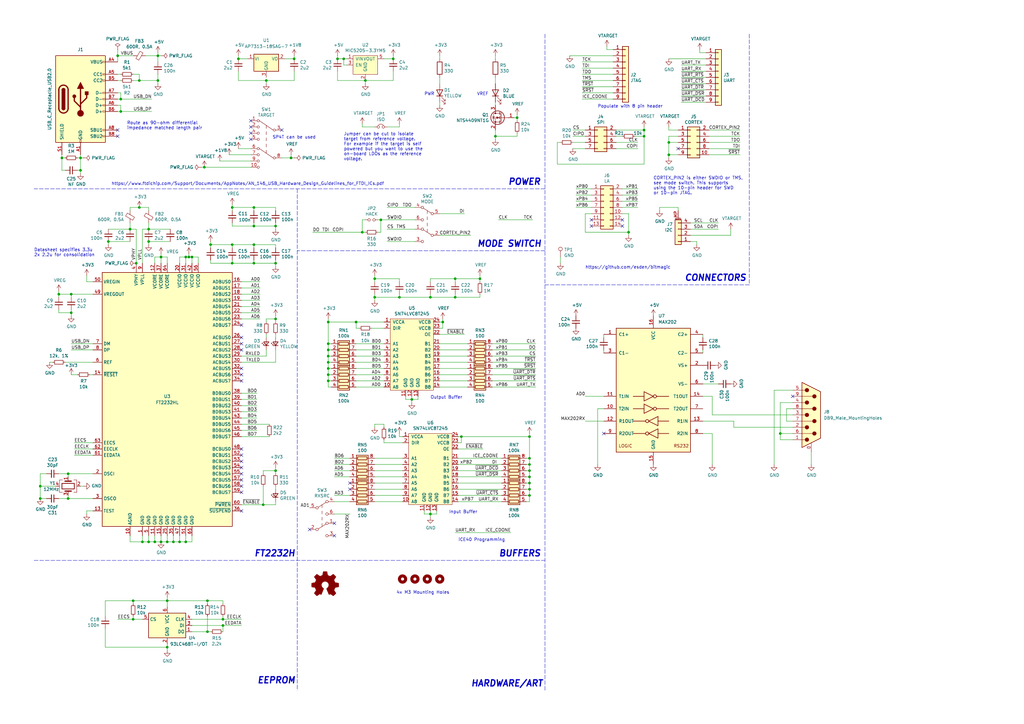
<source format=kicad_sch>
(kicad_sch (version 20211123) (generator eeschema)
  (paper "A3")
  (title_block (title "Tigard") (date "2020-10-27") (rev "v1.1") (comment 1 "Copyright 2020 Franklin Harding") (comment 2 "Licensed under CC-BY-SA 4.0"))
  (junction (at 25.4 64.77))
  (junction (at 168.91 163.83))
  (junction (at 189.23 179.07))
  (junction (at 153.67 114.3))
  (junction (at 104.14 92.71))
  (junction (at 16.51 204.47))
  (junction (at 57.15 33.02))
  (junction (at 33.02 69.85))
  (junction (at 85.09 246.38))
  (junction (at 134.62 143.51))
  (junction (at 85.09 259.08))
  (junction (at 217.17 195.58))
  (junction (at 146.05 132.08))
  (junction (at 134.62 151.13))
  (junction (at 95.25 85.09))
  (junction (at 54.61 246.38))
  (junction (at 217.17 190.5))
  (junction (at 161.29 24.13))
  (junction (at 217.17 203.2))
  (junction (at 83.82 68.58))
  (junction (at 264.16 53.34))
  (junction (at 29.21 128.27))
  (junction (at 27.94 204.47))
  (junction (at 212.09 48.26))
  (junction (at 217.17 187.96))
  (junction (at 60.96 222.25))
  (junction (at 120.65 24.13))
  (junction (at 73.66 222.25))
  (junction (at 113.03 193.04))
  (junction (at 60.96 93.98))
  (junction (at 104.14 100.33))
  (junction (at 153.67 121.92))
  (junction (at 78.74 105.41))
  (junction (at 48.26 22.86))
  (junction (at 24.13 120.65))
  (junction (at 163.83 121.92))
  (junction (at 95.25 107.95))
  (junction (at 274.32 63.5))
  (junction (at 44.45 99.06))
  (junction (at 91.44 256.54))
  (junction (at 109.22 33.02))
  (junction (at 134.62 148.59))
  (junction (at 49.53 40.64))
  (junction (at 149.86 33.02))
  (junction (at 203.2 55.88))
  (junction (at 134.62 132.08))
  (junction (at 68.58 222.25))
  (junction (at 68.58 265.43))
  (junction (at 86.36 100.33))
  (junction (at 113.03 130.81))
  (junction (at 119.38 64.77))
  (junction (at 64.77 33.02))
  (junction (at 274.32 58.42))
  (junction (at 186.69 114.3))
  (junction (at 53.34 93.98))
  (junction (at 148.59 95.25))
  (junction (at 54.61 254))
  (junction (at 217.17 200.66))
  (junction (at 76.2 105.41))
  (junction (at 113.03 107.95))
  (junction (at 64.77 22.86))
  (junction (at 27.94 194.31))
  (junction (at 257.81 95.25))
  (junction (at 134.62 153.67))
  (junction (at 104.14 107.95))
  (junction (at 71.12 222.25))
  (junction (at 91.44 254))
  (junction (at 113.03 92.71))
  (junction (at 176.53 210.82))
  (junction (at 140.97 24.13))
  (junction (at 264.16 55.88))
  (junction (at 57.15 85.09))
  (junction (at 68.58 246.38))
  (junction (at 49.53 45.72))
  (junction (at 63.5 222.25))
  (junction (at 104.14 85.09))
  (junction (at 66.04 222.25))
  (junction (at 66.04 105.41))
  (junction (at 76.2 222.25))
  (junction (at 55.88 107.95))
  (junction (at 134.62 156.21))
  (junction (at 186.69 121.92))
  (junction (at 16.51 199.39))
  (junction (at 97.79 24.13))
  (junction (at 107.95 207.01))
  (junction (at 176.53 121.92))
  (junction (at 134.62 140.97))
  (junction (at 58.42 222.25))
  (junction (at 181.61 132.08))
  (junction (at 196.85 114.3))
  (junction (at 77.47 105.41))
  (junction (at 217.17 179.07))
  (junction (at 217.17 193.04))
  (junction (at 134.62 146.05))
  (junction (at 60.96 99.06))
  (junction (at 156.21 90.17))
  (junction (at 29.21 120.65))
  (junction (at 320.04 177.8))
  (junction (at 33.02 64.77))
  (junction (at 95.25 100.33))
  (junction (at 217.17 198.12))
  (junction (at 138.43 24.13))
  (no_connect (at 99.06 143.51))
  (no_connect (at 99.06 156.21))
  (no_connect (at 143.51 198.12))
  (no_connect (at 143.51 200.66))
  (no_connect (at 99.06 151.13))
  (no_connect (at 115.57 53.34))
  (no_connect (at 99.06 189.23))
  (no_connect (at 102.87 52.07))
  (no_connect (at 99.06 133.35))
  (no_connect (at 99.06 153.67))
  (no_connect (at 242.57 92.71))
  (no_connect (at 255.27 92.71))
  (no_connect (at 102.87 54.61))
  (no_connect (at 99.06 186.69))
  (no_connect (at 278.13 60.96))
  (no_connect (at 99.06 194.31))
  (no_connect (at 48.26 53.34))
  (no_connect (at 99.06 184.15))
  (no_connect (at 99.06 138.43))
  (no_connect (at 325.12 162.56))
  (no_connect (at 255.27 90.17))
  (no_connect (at 99.06 191.77))
  (no_connect (at 99.06 196.85))
  (no_connect (at 247.65 177.8))
  (no_connect (at 99.06 199.39))
  (no_connect (at 102.87 57.15))
  (no_connect (at 137.16 214.63))
  (no_connect (at 127 217.17))
  (no_connect (at 137.16 219.71))
  (no_connect (at 48.26 55.88))
  (no_connect (at 102.87 49.53))
  (no_connect (at 242.57 90.17))
  (no_connect (at 99.06 201.93))
  (no_connect (at 99.06 140.97))
  (no_connect (at 99.06 209.55))
  (wire (pts (xy 187.96 193.04) (xy 205.74 193.04)))
  (wire (pts (xy 245.11 167.64) (xy 245.11 190.5)))
  (wire (pts (xy 104.14 107.95) (xy 95.25 107.95)))
  (wire (pts (xy 78.74 107.95) (xy 78.74 105.41)))
  (wire (pts (xy 134.62 130.81) (xy 134.62 132.08)))
  (wire (pts (xy 86.36 100.33) (xy 95.25 100.33)))
  (wire (pts (xy 320.04 180.34) (xy 325.12 180.34)))
  (wire (pts (xy 99.06 148.59) (xy 113.03 148.59)))
  (wire (pts (xy 234.95 55.88) (xy 240.03 55.88)))
  (wire (pts (xy 113.03 130.81) (xy 109.22 130.81)))
  (wire (pts (xy 53.34 91.44) (xy 53.34 93.98)))
  (wire (pts (xy 140.97 24.13) (xy 142.24 24.13)))
  (wire (pts (xy 68.58 246.38) (xy 54.61 246.38)))
  (wire (pts (xy 238.76 25.4) (xy 251.46 25.4)))
  (wire (pts (xy 38.1 143.51) (xy 29.21 143.51)))
  (wire (pts (xy 146.05 132.08) (xy 157.48 132.08)))
  (wire (pts (xy 134.62 143.51) (xy 135.89 143.51)))
  (wire (pts (xy 54.61 252.73) (xy 54.61 254)))
  (wire (pts (xy 33.02 64.77) (xy 34.29 64.77)))
  (wire (pts (xy 203.2 55.88) (xy 203.2 57.15)))
  (wire (pts (xy 255.27 87.63) (xy 257.81 87.63)))
  (wire (pts (xy 252.73 53.34) (xy 264.16 53.34)))
  (wire (pts (xy 49.53 38.1) (xy 49.53 40.64)))
  (wire (pts (xy 240.03 172.72) (xy 247.65 172.72)))
  (wire (pts (xy 60.96 93.98) (xy 60.96 91.44)))
  (wire (pts (xy 135.89 140.97) (xy 134.62 140.97)))
  (wire (pts (xy 78.74 105.41) (xy 81.28 105.41)))
  (wire (pts (xy 99.06 173.99) (xy 110.49 173.99)))
  (wire (pts (xy 157.48 153.67) (xy 146.05 153.67)))
  (wire (pts (xy 78.74 259.08) (xy 85.09 259.08)))
  (wire (pts (xy 66.04 22.86) (xy 64.77 22.86)))
  (wire (pts (xy 166.37 162.56) (xy 166.37 163.83)))
  (wire (pts (xy 153.67 114.3) (xy 153.67 115.57)))
  (wire (pts (xy 73.66 219.71) (xy 73.66 222.25)))
  (wire (pts (xy 60.96 93.98) (xy 69.85 93.98)))
  (wire (pts (xy 113.03 85.09) (xy 113.03 86.36)))
  (wire (pts (xy 201.93 158.75) (xy 219.71 158.75)))
  (wire (pts (xy 137.16 193.04) (xy 143.51 193.04)))
  (wire (pts (xy 156.21 90.17) (xy 156.21 95.25)))
  (wire (pts (xy 252.73 58.42) (xy 261.62 58.42)))
  (wire (pts (xy 157.48 156.21) (xy 146.05 156.21)))
  (wire (pts (xy 257.81 87.63) (xy 257.81 95.25)))
  (wire (pts (xy 137.16 187.96) (xy 143.51 187.96)))
  (wire (pts (xy 134.62 151.13) (xy 135.89 151.13)))
  (wire (pts (xy 157.48 181.61) (xy 157.48 180.34)))
  (wire (pts (xy 137.16 210.82) (xy 143.51 210.82)))
  (wire (pts (xy 176.53 210.82) (xy 176.53 212.09)))
  (wire (pts (xy 24.13 128.27) (xy 29.21 128.27)))
  (wire (pts (xy 81.28 105.41) (xy 81.28 107.95)))
  (wire (pts (xy 255.27 80.01) (xy 261.62 80.01)))
  (wire (pts (xy 109.22 34.29) (xy 109.22 33.02)))
  (wire (pts (xy 153.67 173.99) (xy 153.67 175.26)))
  (wire (pts (xy 238.76 33.02) (xy 251.46 33.02)))
  (wire (pts (xy 68.58 246.38) (xy 68.58 248.92)))
  (wire (pts (xy 106.68 118.11) (xy 99.06 118.11)))
  (wire (pts (xy 59.69 22.86) (xy 64.77 22.86)))
  (wire (pts (xy 203.2 53.34) (xy 203.2 55.88)))
  (wire (pts (xy 134.62 132.08) (xy 146.05 132.08)))
  (wire (pts (xy 16.51 194.31) (xy 16.51 199.39)))
  (wire (pts (xy 238.76 35.56) (xy 251.46 35.56)))
  (wire (pts (xy 290.83 58.42) (xy 303.53 58.42)))
  (wire (pts (xy 31.75 64.77) (xy 33.02 64.77)))
  (wire (pts (xy 138.43 29.21) (xy 138.43 33.02)))
  (wire (pts (xy 212.09 55.88) (xy 212.09 54.61)))
  (wire (pts (xy 76.2 222.25) (xy 73.66 222.25)))
  (wire (pts (xy 187.96 198.12) (xy 205.74 198.12)))
  (wire (pts (xy 247.65 137.16) (xy 247.65 138.43)))
  (wire (pts (xy 161.29 33.02) (xy 149.86 33.02)))
  (wire (pts (xy 289.56 26.67) (xy 279.4 26.67)))
  (wire (pts (xy 134.62 151.13) (xy 134.62 148.59)))
  (wire (pts (xy 86.36 259.08) (xy 85.09 259.08)))
  (wire (pts (xy 86.36 99.06) (xy 86.36 100.33)))
  (wire (pts (xy 292.1 177.8) (xy 292.1 190.5)))
  (wire (pts (xy 105.41 166.37) (xy 99.06 166.37)))
  (wire (pts (xy 215.9 187.96) (xy 217.17 187.96)))
  (wire (pts (xy 104.14 107.95) (xy 104.14 106.68)))
  (wire (pts (xy 189.23 179.07) (xy 217.17 179.07)))
  (wire (pts (xy 228.6 67.31) (xy 264.16 67.31)))
  (wire (pts (xy 99.06 179.07) (xy 110.49 179.07)))
  (wire (pts (xy 210.82 48.26) (xy 212.09 48.26)))
  (wire (pts (xy 279.4 31.75) (xy 289.56 31.75)))
  (wire (pts (xy 113.03 100.33) (xy 113.03 101.6)))
  (wire (pts (xy 148.59 90.17) (xy 148.59 95.25)))
  (wire (pts (xy 322.58 172.72) (xy 325.12 172.72)))
  (wire (pts (xy 279.4 29.21) (xy 289.56 29.21)))
  (wire (pts (xy 274.32 24.13) (xy 289.56 24.13)))
  (wire (pts (xy 106.68 128.27) (xy 99.06 128.27)))
  (wire (pts (xy 54.61 254) (xy 58.42 254)))
  (wire (pts (xy 217.17 193.04) (xy 215.9 193.04)))
  (wire (pts (xy 68.58 222.25) (xy 66.04 222.25)))
  (wire (pts (xy 109.22 130.81) (xy 109.22 132.08)))
  (wire (pts (xy 24.13 194.31) (xy 27.94 194.31)))
  (wire (pts (xy 179.07 209.55) (xy 179.07 210.82)))
  (wire (pts (xy 320.04 165.1) (xy 325.12 165.1)))
  (wire (pts (xy 187.96 184.15) (xy 198.12 184.15)))
  (wire (pts (xy 64.77 34.29) (xy 64.77 33.02)))
  (wire (pts (xy 180.34 43.18) (xy 180.34 41.91)))
  (wire (pts (xy 113.03 92.71) (xy 113.03 93.98)))
  (wire (pts (xy 203.2 31.75) (xy 203.2 34.29)))
  (wire (pts (xy 257.81 95.25) (xy 257.81 96.52)))
  (wire (pts (xy 95.25 91.44) (xy 95.25 92.71)))
  (wire (pts (xy 142.24 26.67) (xy 140.97 26.67)))
  (wire (pts (xy 134.62 143.51) (xy 134.62 140.97)))
  (wire (pts (xy 64.77 30.48) (xy 64.77 33.02)))
  (wire (pts (xy 320.04 165.1) (xy 320.04 177.8)))
  (wire (pts (xy 153.67 114.3) (xy 163.83 114.3)))
  (wire (pts (xy 158.75 99.06) (xy 170.18 99.06)))
  (wire (pts (xy 201.93 148.59) (xy 219.71 148.59)))
  (wire (pts (xy 48.26 20.32) (xy 48.26 22.86)))
  (wire (pts (xy 66.04 222.25) (xy 66.04 219.71)))
  (wire (pts (xy 97.79 24.13) (xy 101.6 24.13)))
  (wire (pts (xy 325.12 175.26) (xy 300.99 175.26)))
  (wire (pts (xy 158.75 93.98) (xy 170.18 93.98)))
  (wire (pts (xy 189.23 181.61) (xy 189.23 179.07)))
  (wire (pts (xy 149.86 34.29) (xy 149.86 33.02)))
  (wire (pts (xy 248.92 19.05) (xy 248.92 20.32)))
  (wire (pts (xy 274.32 58.42) (xy 274.32 55.88)))
  (wire (pts (xy 76.2 105.41) (xy 77.47 105.41)))
  (wire (pts (xy 217.17 193.04) (xy 217.17 195.58)))
  (wire (pts (xy 274.32 53.34) (xy 278.13 53.34)))
  (wire (pts (xy 187.96 179.07) (xy 189.23 179.07)))
  (wire (pts (xy 60.96 85.09) (xy 60.96 86.36)))
  (wire (pts (xy 82.55 68.58) (xy 83.82 68.58)))
  (wire (pts (xy 137.16 203.2) (xy 143.51 203.2)))
  (wire (pts (xy 64.77 22.86) (xy 64.77 25.4)))
  (wire (pts (xy 113.03 129.54) (xy 113.03 130.81)))
  (wire (pts (xy 332.74 185.42) (xy 332.74 190.5)))
  (wire (pts (xy 179.07 210.82) (xy 176.53 210.82)))
  (wire (pts (xy 53.34 222.25) (xy 58.42 222.25)))
  (wire (pts (xy 317.5 190.5) (xy 317.5 160.02)))
  (wire (pts (xy 290.83 60.96) (xy 303.53 60.96)))
  (wire (pts (xy 153.67 123.19) (xy 153.67 121.92)))
  (wire (pts (xy 27.94 194.31) (xy 38.1 194.31)))
  (wire (pts (xy 57.15 33.02) (xy 64.77 33.02)))
  (wire (pts (xy 107.95 207.01) (xy 113.03 207.01)))
  (wire (pts (xy 146.05 140.97) (xy 157.48 140.97)))
  (wire (pts (xy 27.94 195.58) (xy 27.94 194.31)))
  (wire (pts (xy 60.96 99.06) (xy 69.85 99.06)))
  (wire (pts (xy 285.75 99.06) (xy 285.75 100.33)))
  (wire (pts (xy 299.72 93.98) (xy 299.72 96.52)))
  (wire (pts (xy 134.62 148.59) (xy 134.62 146.05)))
  (polyline (pts (xy 223.52 13.97) (xy 223.52 283.21)))
  (wire (pts (xy 60.96 219.71) (xy 60.96 222.25)))
  (wire (pts (xy 163.83 179.07) (xy 165.1 179.07)))
  (wire (pts (xy 176.53 121.92) (xy 186.69 121.92)))
  (wire (pts (xy 60.96 222.25) (xy 63.5 222.25)))
  (wire (pts (xy 166.37 163.83) (xy 168.91 163.83)))
  (wire (pts (xy 99.06 125.73) (xy 106.68 125.73)))
  (wire (pts (xy 217.17 187.96) (xy 217.17 190.5)))
  (wire (pts (xy 58.42 222.25) (xy 60.96 222.25)))
  (wire (pts (xy 153.67 205.74) (xy 165.1 205.74)))
  (wire (pts (xy 95.25 107.95) (xy 86.36 107.95)))
  (wire (pts (xy 217.17 205.74) (xy 215.9 205.74)))
  (wire (pts (xy 264.16 52.07) (xy 264.16 53.34)))
  (wire (pts (xy 68.58 246.38) (xy 68.58 245.11)))
  (wire (pts (xy 290.83 55.88) (xy 303.53 55.88)))
  (wire (pts (xy 146.05 148.59) (xy 157.48 148.59)))
  (wire (pts (xy 68.58 265.43) (xy 68.58 264.16)))
  (wire (pts (xy 115.57 64.77) (xy 119.38 64.77)))
  (wire (pts (xy 163.83 121.92) (xy 163.83 120.65)))
  (wire (pts (xy 161.29 29.21) (xy 161.29 33.02)))
  (wire (pts (xy 49.53 40.64) (xy 62.23 40.64)))
  (wire (pts (xy 25.4 69.85) (xy 26.67 69.85)))
  (wire (pts (xy 97.79 29.21) (xy 97.79 33.02)))
  (wire (pts (xy 278.13 58.42) (xy 274.32 58.42)))
  (wire (pts (xy 320.04 177.8) (xy 325.12 177.8)))
  (wire (pts (xy 44.45 99.06) (xy 53.34 99.06)))
  (wire (pts (xy 148.59 52.07) (xy 153.67 52.07)))
  (wire (pts (xy 63.5 105.41) (xy 63.5 107.95)))
  (wire (pts (xy 66.04 104.14) (xy 66.04 105.41)))
  (wire (pts (xy 176.53 114.3) (xy 186.69 114.3)))
  (wire (pts (xy 248.92 20.32) (xy 251.46 20.32)))
  (wire (pts (xy 163.83 52.07) (xy 163.83 50.8)))
  (wire (pts (xy 35.56 209.55) (xy 38.1 209.55)))
  (wire (pts (xy 34.29 199.39) (xy 33.02 199.39)))
  (wire (pts (xy 48.26 254) (xy 54.61 254)))
  (wire (pts (xy 240.03 95.25) (xy 257.81 95.25)))
  (wire (pts (xy 113.03 107.95) (xy 113.03 106.68)))
  (wire (pts (xy 247.65 162.56) (xy 240.03 162.56)))
  (wire (pts (xy 120.65 64.77) (xy 119.38 64.77)))
  (wire (pts (xy 173.99 209.55) (xy 173.99 210.82)))
  (wire (pts (xy 137.16 190.5) (xy 143.51 190.5)))
  (wire (pts (xy 234.95 53.34) (xy 240.03 53.34)))
  (wire (pts (xy 120.65 22.86) (xy 120.65 24.13)))
  (wire (pts (xy 287.02 21.59) (xy 289.56 21.59)))
  (wire (pts (xy 93.98 63.5) (xy 102.87 63.5)))
  (wire (pts (xy 29.21 140.97) (xy 38.1 140.97)))
  (wire (pts (xy 234.95 58.42) (xy 240.03 58.42)))
  (wire (pts (xy 24.13 121.92) (xy 24.13 120.65)))
  (wire (pts (xy 99.06 163.83) (xy 105.41 163.83)))
  (wire (pts (xy 196.85 115.57) (xy 196.85 114.3)))
  (polyline (pts (xy 13.97 229.87) (xy 223.52 229.87)))
  (wire (pts (xy 85.09 246.38) (xy 85.09 247.65)))
  (wire (pts (xy 54.61 30.48) (xy 57.15 30.48)))
  (wire (pts (xy 49.53 40.64) (xy 48.26 40.64)))
  (wire (pts (xy 120.65 29.21) (xy 120.65 33.02)))
  (wire (pts (xy 66.04 105.41) (xy 68.58 105.41)))
  (wire (pts (xy 91.44 256.54) (xy 99.06 256.54)))
  (wire (pts (xy 53.34 85.09) (xy 53.34 86.36)))
  (wire (pts (xy 186.69 121.92) (xy 186.69 120.65)))
  (wire (pts (xy 299.72 96.52) (xy 283.21 96.52)))
  (wire (pts (xy 283.21 93.98) (xy 294.64 93.98)))
  (wire (pts (xy 283.21 91.44) (xy 294.64 91.44)))
  (wire (pts (xy 57.15 85.09) (xy 60.96 85.09)))
  (wire (pts (xy 219.71 156.21) (xy 201.93 156.21)))
  (wire (pts (xy 171.45 162.56) (xy 171.45 163.83)))
  (wire (pts (xy 261.62 85.09) (xy 255.27 85.09)))
  (wire (pts (xy 247.65 143.51) (xy 247.65 144.78)))
  (wire (pts (xy 300.99 175.26) (xy 300.99 172.72)))
  (wire (pts (xy 270.51 86.36) (xy 270.51 85.09)))
  (wire (pts (xy 95.25 85.09) (xy 104.14 85.09)))
  (wire (pts (xy 229.87 105.41) (xy 229.87 107.95)))
  (wire (pts (xy 63.5 222.25) (xy 66.04 222.25)))
  (wire (pts (xy 201.93 151.13) (xy 219.71 151.13)))
  (wire (pts (xy 186.69 114.3) (xy 196.85 114.3)))
  (wire (pts (xy 165.1 203.2) (xy 153.67 203.2)))
  (wire (pts (xy 168.91 165.1) (xy 168.91 163.83)))
  (wire (pts (xy 148.59 95.25) (xy 149.86 95.25)))
  (wire (pts (xy 146.05 132.08) (xy 146.05 134.62)))
  (wire (pts (xy 238.76 40.64) (xy 251.46 40.64)))
  (wire (pts (xy 48.26 45.72) (xy 49.53 45.72)))
  (wire (pts (xy 157.48 24.13) (xy 161.29 24.13)))
  (wire (pts (xy 288.29 177.8) (xy 292.1 177.8)))
  (wire (pts (xy 180.34 22.86) (xy 180.34 24.13)))
  (wire (pts (xy 158.75 85.09) (xy 170.18 85.09)))
  (wire (pts (xy 180.34 34.29) (xy 180.34 31.75)))
  (wire (pts (xy 180.34 158.75) (xy 191.77 158.75)))
  (wire (pts (xy 180.34 132.08) (xy 181.61 132.08)))
  (wire (pts (xy 274.32 63.5) (xy 278.13 63.5)))
  (polyline (pts (xy 307.34 116.84) (xy 223.52 116.84)))
  (wire (pts (xy 289.56 34.29) (xy 279.4 34.29)))
  (wire (pts (xy 54.61 246.38) (xy 54.61 247.65)))
  (wire (pts (xy 217.17 190.5) (xy 215.9 190.5)))
  (wire (pts (xy 77.47 105.41) (xy 78.74 105.41)))
  (wire (pts (xy 48.26 43.18) (xy 49.53 43.18)))
  (wire (pts (xy 48.26 22.86) (xy 48.26 25.4)))
  (wire (pts (xy 217.17 190.5) (xy 217.17 193.04)))
  (wire (pts (xy 180.34 148.59) (xy 191.77 148.59)))
  (wire (pts (xy 238.76 30.48) (xy 251.46 30.48)))
  (wire (pts (xy 43.18 265.43) (xy 68.58 265.43)))
  (wire (pts (xy 186.69 115.57) (xy 186.69 114.3)))
  (wire (pts (xy 217.17 187.96) (xy 217.17 179.07)))
  (wire (pts (xy 320.04 177.8) (xy 320.04 180.34)))
  (wire (pts (xy 113.03 193.04) (xy 113.03 194.31)))
  (wire (pts (xy 187.96 205.74) (xy 205.74 205.74)))
  (wire (pts (xy 49.53 30.48) (xy 48.26 30.48)))
  (wire (pts (xy 134.62 153.67) (xy 134.62 151.13)))
  (wire (pts (xy 274.32 55.88) (xy 278.13 55.88)))
  (wire (pts (xy 261.62 82.55) (xy 255.27 82.55)))
  (wire (pts (xy 104.14 85.09) (xy 104.14 86.36)))
  (wire (pts (xy 187.96 203.2) (xy 205.74 203.2)))
  (wire (pts (xy 156.21 90.17) (xy 170.18 90.17)))
  (wire (pts (xy 290.83 53.34) (xy 303.53 53.34)))
  (wire (pts (xy 138.43 33.02) (xy 149.86 33.02)))
  (wire (pts (xy 152.4 134.62) (xy 157.48 134.62)))
  (wire (pts (xy 187.96 190.5) (xy 205.74 190.5)))
  (wire (pts (xy 97.79 60.96) (xy 102.87 60.96)))
  (wire (pts (xy 149.86 90.17) (xy 148.59 90.17)))
  (wire (pts (xy 161.29 22.86) (xy 161.29 24.13)))
  (wire (pts (xy 238.76 38.1) (xy 251.46 38.1)))
  (wire (pts (xy 107.95 199.39) (xy 107.95 207.01)))
  (wire (pts (xy 274.32 58.42) (xy 274.32 63.5)))
  (wire (pts (xy 255.27 55.88) (xy 252.73 55.88)))
  (wire (pts (xy 236.22 85.09) (xy 242.57 85.09)))
  (wire (pts (xy 134.62 156.21) (xy 134.62 153.67)))
  (wire (pts (xy 95.25 100.33) (xy 104.14 100.33)))
  (wire (pts (xy 97.79 22.86) (xy 97.79 24.13)))
  (wire (pts (xy 134.62 146.05) (xy 134.62 143.51)))
  (wire (pts (xy 76.2 105.41) (xy 73.66 105.41)))
  (wire (pts (xy 287.02 20.32) (xy 287.02 21.59)))
  (wire (pts (xy 153.67 198.12) (xy 165.1 198.12)))
  (wire (pts (xy 140.97 24.13) (xy 138.43 24.13)))
  (wire (pts (xy 57.15 30.48) (xy 57.15 33.02)))
  (wire (pts (xy 73.66 105.41) (xy 73.66 107.95)))
  (wire (pts (xy 66.04 107.95) (xy 66.04 105.41)))
  (wire (pts (xy 264.16 67.31) (xy 264.16 55.88)))
  (wire (pts (xy 134.62 148.59) (xy 135.89 148.59)))
  (wire (pts (xy 16.51 199.39) (xy 16.51 204.47)))
  (wire (pts (xy 91.44 246.38) (xy 91.44 247.65)))
  (wire (pts (xy 288.29 137.16) (xy 288.29 138.43)))
  (wire (pts (xy 85.09 259.08) (xy 85.09 252.73)))
  (wire (pts (xy 29.21 129.54) (xy 29.21 128.27)))
  (wire (pts (xy 77.47 105.41) (xy 77.47 104.14)))
  (wire (pts (xy 90.17 66.04) (xy 102.87 66.04)))
  (wire (pts (xy 292.1 170.18) (xy 325.12 170.18)))
  (wire (pts (xy 99.06 207.01) (xy 107.95 207.01)))
  (wire (pts (xy 153.67 120.65) (xy 153.67 121.92)))
  (wire (pts (xy 228.6 58.42) (xy 228.6 67.31)))
  (wire (pts (xy 91.44 254) (xy 99.06 254)))
  (wire (pts (xy 134.62 146.05) (xy 135.89 146.05)))
  (wire (pts (xy 274.32 52.07) (xy 274.32 53.34)))
  (wire (pts (xy 63.5 105.41) (xy 66.04 105.41)))
  (wire (pts (xy 292.1 162.56) (xy 292.1 170.18)))
  (wire (pts (xy 146.05 143.51) (xy 157.48 143.51)))
  (wire (pts (xy 24.13 120.65) (xy 24.13 119.38)))
  (wire (pts (xy 176.53 121.92) (xy 176.53 120.65)))
  (wire (pts (xy 29.21 120.65) (xy 38.1 120.65)))
  (polyline (pts (xy 307.34 13.97) (xy 307.34 116.84)))
  (wire (pts (xy 135.89 158.75) (xy 134.62 158.75)))
  (wire (pts (xy 264.16 55.88) (xy 264.16 53.34)))
  (wire (pts (xy 86.36 107.95) (xy 86.36 106.68)))
  (wire (pts (xy 104.14 92.71) (xy 113.03 92.71)))
  (wire (pts (xy 147.32 134.62) (xy 146.05 134.62)))
  (wire (pts (xy 31.75 69.85) (xy 33.02 69.85)))
  (wire (pts (xy 24.13 204.47) (xy 27.94 204.47)))
  (wire (pts (xy 76.2 107.95) (xy 76.2 105.41)))
  (wire (pts (xy 58.42 107.95) (xy 58.42 93.98)))
  (wire (pts (xy 153.67 121.92) (xy 163.83 121.92)))
  (wire (pts (xy 217.17 203.2) (xy 215.9 203.2)))
  (wire (pts (xy 62.23 45.72) (xy 49.53 45.72)))
  (wire (pts (xy 53.34 93.98) (xy 55.88 93.98)))
  (wire (pts (xy 71.12 222.25) (xy 68.58 222.25)))
  (wire (pts (xy 204.47 90.17) (xy 218.44 90.17)))
  (wire (pts (xy 261.62 77.47) (xy 255.27 77.47)))
  (wire (pts (xy 44.45 100.33) (xy 44.45 99.06)))
  (wire (pts (xy 217.17 198.12) (xy 217.17 200.66)))
  (wire (pts (xy 29.21 121.92) (xy 29.21 120.65)))
  (wire (pts (xy 191.77 156.21) (xy 180.34 156.21)))
  (wire (pts (xy 71.12 219.71) (xy 71.12 222.25)))
  (wire (pts (xy 180.34 137.16) (xy 190.5 137.16)))
  (wire (pts (xy 134.62 153.67) (xy 135.89 153.67)))
  (wire (pts (xy 217.17 198.12) (xy 215.9 198.12)))
  (wire (pts (xy 212.09 48.26) (xy 212.09 49.53)))
  (wire (pts (xy 107.95 194.31) (xy 107.95 193.04)))
  (wire (pts (xy 187.96 195.58) (xy 205.74 195.58)))
  (wire (pts (xy 113.03 205.74) (xy 113.03 207.01)))
  (wire (pts (xy 168.91 162.56) (xy 168.91 163.83)))
  (wire (pts (xy 91.44 254) (xy 91.44 252.73)))
  (wire (pts (xy 201.93 140.97) (xy 219.71 140.97)))
  (wire (pts (xy 187.96 181.61) (xy 189.23 181.61)))
  (wire (pts (xy 105.41 171.45) (xy 99.06 171.45)))
  (wire (pts (xy 322.58 167.64) (xy 325.12 167.64)))
  (wire (pts (xy 288.29 157.48) (xy 294.64 157.48)))
  (wire (pts (xy 180.34 87.63) (xy 190.5 87.63)))
  (wire (pts (xy 134.62 140.97) (xy 134.62 132.08)))
  (wire (pts (xy 157.48 173.99) (xy 153.67 173.99)))
  (wire (pts (xy 78.74 254) (xy 91.44 254)))
  (wire (pts (xy 148.59 50.8) (xy 148.59 52.07)))
  (wire (pts (xy 217.17 203.2) (xy 217.17 205.74)))
  (wire (pts (xy 173.99 210.82) (xy 176.53 210.82)))
  (wire (pts (xy 63.5 219.71) (xy 63.5 222.25)))
  (wire (pts (xy 95.25 92.71) (xy 104.14 92.71)))
  (wire (pts (xy 196.85 121.92) (xy 196.85 120.65)))
  (wire (pts (xy 242.57 87.63) (xy 240.03 87.63)))
  (wire (pts (xy 68.58 105.41) (xy 68.58 107.95)))
  (wire (pts (xy 29.21 128.27) (xy 29.21 127)))
  (wire (pts (xy 154.94 90.17) (xy 156.21 90.17)))
  (wire (pts (xy 203.2 22.86) (xy 203.2 24.13)))
  (wire (pts (xy 60.96 100.33) (xy 60.96 99.06)))
  (wire (pts (xy 180.34 143.51) (xy 191.77 143.51)))
  (wire (pts (xy 29.21 153.67) (xy 31.75 153.67)))
  (wire (pts (xy 35.56 113.03) (xy 35.56 115.57)))
  (polyline (pts (xy 121.92 77.47) (xy 121.92 283.21)))
  (wire (pts (xy 119.38 64.77) (xy 119.38 63.5)))
  (wire (pts (xy 180.34 96.52) (xy 193.04 96.52)))
  (wire (pts (xy 38.1 184.15) (xy 30.48 184.15)))
  (wire (pts (xy 288.29 162.56) (xy 292.1 162.56)))
  (wire (pts (xy 288.29 143.51) (xy 288.29 144.78)))
  (wire (pts (xy 54.61 22.86) (xy 48.26 22.86)))
  (wire (pts (xy 217.17 200.66) (xy 217.17 203.2)))
  (wire (pts (xy 43.18 257.81) (xy 43.18 265.43)))
  (wire (pts (xy 146.05 146.05) (xy 157.48 146.05)))
  (wire (pts (xy 322.58 167.64) (xy 322.58 172.72)))
  (wire (pts (xy 95.25 85.09) (xy 95.25 86.36)))
  (wire (pts (xy 99.06 176.53) (xy 105.41 176.53)))
  (wire (pts (xy 109.22 137.16) (xy 109.22 138.43)))
  (wire (pts (xy 55.88 93.98) (xy 55.88 107.95)))
  (wire (pts (xy 217.17 200.66) (xy 215.9 200.66)))
  (wire (pts (xy 116.84 24.13) (xy 120.65 24.13)))
  (wire (pts (xy 270.51 85.09) (xy 278.13 85.09)))
  (wire (pts (xy 68.58 246.38) (xy 85.09 246.38)))
  (wire (pts (xy 22.86 199.39) (xy 16.51 199.39)))
  (wire (pts (xy 58.42 219.71) (xy 58.42 222.25)))
  (wire (pts (xy 109.22 143.51) (xy 109.22 146.05)))
  (wire (pts (xy 99.06 120.65) (xy 106.68 120.65)))
  (wire (pts (xy 104.14 100.33) (xy 113.03 100.33)))
  (wire (pts (xy 95.25 107.95) (xy 95.25 106.68)))
  (wire (pts (xy 252.73 60.96) (xy 261.62 60.96)))
  (wire (pts (xy 191.77 146.05) (xy 180.34 146.05)))
  (wire (pts (xy 157.48 175.26) (xy 157.48 173.99)))
  (wire (pts (xy 78.74 219.71) (xy 78.74 222.25)))
  (wire (pts (xy 33.02 63.5) (xy 33.02 64.77)))
  (wire (pts (xy 180.34 153.67) (xy 191.77 153.67)))
  (wire (pts (xy 49.53 43.18) (xy 49.53 45.72)))
  (wire (pts (xy 274.32 63.5) (xy 274.32 64.77)))
  (wire (pts (xy 176.53 209.55) (xy 176.53 210.82)))
  (wire (pts (xy 140.97 26.67) (xy 140.97 24.13)))
  (wire (pts (xy 176.53 115.57) (xy 176.53 114.3)))
  (wire (pts (xy 128.27 95.25) (xy 148.59 95.25)))
  (wire (pts (xy 113.03 199.39) (xy 113.03 200.66)))
  (wire (pts (xy 78.74 222.25) (xy 76.2 222.25)))
  (wire (pts (xy 97.79 33.02) (xy 109.22 33.02)))
  (wire (pts (xy 153.67 200.66) (xy 165.1 200.66)))
  (wire (pts (xy 24.13 127) (xy 24.13 128.27)))
  (wire (pts (xy 153.67 193.04) (xy 165.1 193.04)))
  (wire (pts (xy 317.5 160.02) (xy 325.12 160.02)))
  (wire (pts (xy 236.22 80.01) (xy 242.57 80.01)))
  (wire (pts (xy 283.21 99.06) (xy 285.75 99.06)))
  (wire (pts (xy 27.94 203.2) (xy 27.94 204.47)))
  (wire (pts (xy 25.4 63.5) (xy 25.4 64.77)))
  (wire (pts (xy 165.1 195.58) (xy 153.67 195.58)))
  (wire (pts (xy 158.75 52.07) (xy 163.83 52.07)))
  (wire (pts (xy 16.51 204.47) (xy 19.05 204.47)))
  (wire (pts (xy 73.66 222.25) (xy 71.12 222.25)))
  (wire (pts (xy 86.36 100.33) (xy 86.36 101.6)))
  (wire (pts (xy 153.67 113.03) (xy 153.67 114.3)))
  (wire (pts (xy 242.57 82.55) (xy 236.22 82.55)))
  (wire (pts (xy 68.58 219.71) (xy 68.58 222.25)))
  (wire (pts (xy 181.61 134.62) (xy 181.61 132.08)))
  (wire (pts (xy 53.34 219.71) (xy 53.34 222.25)))
  (wire (pts (xy 203.2 55.88) (xy 212.09 55.88)))
  (wire (pts (xy 48.26 33.02) (xy 49.53 33.02)))
  (wire (pts (xy 19.05 194.31) (xy 16.51 194.31)))
  (wire (pts (xy 99.06 130.81) (xy 106.68 130.81)))
  (wire (pts (xy 25.4 64.77) (xy 25.4 69.85)))
  (wire (pts (xy 113.03 143.51) (xy 113.03 148.59)))
  (wire (pts (xy 30.48 181.61) (xy 38.1 181.61)))
  (wire (pts (xy 165.1 181.61) (xy 157.48 181.61)))
  (wire (pts (xy 217.17 177.8) (xy 217.17 179.07)))
  (wire (pts (xy 106.68 115.57) (xy 99.06 115.57)))
  (wire (pts (xy 107.95 193.04) (xy 113.03 193.04)))
  (wire (pts (xy 240.03 87.63) (xy 240.03 95.25)))
  (wire (pts (xy 201.93 146.05) (xy 219.71 146.05)))
  (wire (pts (xy 113.03 92.71) (xy 113.03 91.44)))
  (wire (pts (xy 217.17 195.58) (xy 215.9 195.58)))
  (wire (pts (xy 57.15 85.09) (xy 53.34 85.09)))
  (wire (pts (xy 234.95 60.96) (xy 240.03 60.96)))
  (wire (pts (xy 157.48 158.75) (xy 146.05 158.75)))
  (wire (pts (xy 104.14 100.33) (xy 104.14 101.6)))
  (wire (pts (xy 91.44 259.08) (xy 91.44 256.54)))
  (wire (pts (xy 191.77 140.97) (xy 180.34 140.97)))
  (wire (pts (xy 113.03 191.77) (xy 113.03 193.04)))
  (wire (pts (xy 137.16 195.58) (xy 143.51 195.58)))
  (wire (pts (xy 203.2 41.91) (xy 203.2 43.18)))
  (wire (pts (xy 138.43 22.86) (xy 138.43 24.13)))
  (wire (pts (xy 30.48 186.69) (xy 38.1 186.69)))
  (wire (pts (xy 35.56 115.57) (xy 38.1 115.57)))
  (wire (pts (xy 43.18 252.73) (xy 43.18 246.38)))
  (wire (pts (xy 260.35 55.88) (xy 264.16 55.88)))
  (wire (pts (xy 186.69 121.92) (xy 196.85 121.92)))
  (wire (pts (xy 163.83 121.92) (xy 176.53 121.92)))
  (wire (pts (xy 68.58 266.7) (xy 68.58 265.43)))
  (wire (pts (xy 153.67 187.96) (xy 165.1 187.96)))
  (wire (pts (xy 120.65 33.02) (xy 109.22 33.02)))
  (wire (pts (xy 99.06 168.91) (xy 105.41 168.91)))
  (wire (pts (xy 64.77 21.59) (xy 64.77 22.86)))
  (wire (pts (xy 105.41 161.29) (xy 99.06 161.29)))
  (wire (pts (xy 83.82 68.58) (xy 102.87 68.58)))
  (wire (pts (xy 106.68 123.19) (xy 99.06 123.19)))
  (wire (pts (xy 300.99 172.72) (xy 288.29 172.72)))
  (wire (pts (xy 163.83 177.8) (xy 163.83 179.07)))
  (wire (pts (xy 27.94 204.47) (xy 38.1 204.47)))
  (wire (pts (xy 247.65 167.64) (xy 245.11 167.64)))
  (wire (pts (xy 35.56 210.82) (xy 35.56 209.55)))
  (wire (pts (xy 48.26 38.1) (xy 49.53 38.1)))
  (wire (pts (xy 104.14 85.09) (xy 113.03 85.09)))
  (wire (pts (xy 156.21 95.25) (xy 154.94 95.25)))
  (wire (pts (xy 104.14 91.44) (xy 104.14 92.71)))
  (wire (pts (xy 238.76 27.94) (xy 251.46 27.94)))
  (wire (pts (xy 171.45 163.83) (xy 168.91 163.83)))
  (wire (pts (xy 95.25 83.82) (xy 95.25 85.09)))
  (wire (pts (xy 43.18 246.38) (xy 54.61 246.38)))
  (wire (pts (xy 20.32 148.59) (xy 21.59 148.59)))
  (polyline (pts (xy 223.52 102.87) (xy 121.92 102.87)))
  (wire (pts (xy 36.83 153.67) (xy 38.1 153.67)))
  (wire (pts (xy 78.74 256.54) (xy 91.44 256.54)))
  (wire (pts (xy 233.68 22.86) (xy 251.46 22.86)))
  (wire (pts (xy 157.48 151.13) (xy 146.05 151.13)))
  (wire (pts (xy 24.13 120.65) (xy 29.21 120.65)))
  (wire (pts (xy 85.09 246.38) (xy 91.44 246.38)))
  (wire (pts (xy 279.4 36.83) (xy 289.56 36.83)))
  (wire (pts (xy 113.03 130.81) (xy 113.03 132.08)))
  (wire (pts (xy 278.13 85.09) (xy 278.13 86.36)))
  (wire (pts (xy 279.4 39.37) (xy 289.56 39.37)))
  (wire (pts (xy 33.02 64.77) (xy 33.02 69.85)))
  (wire (pts (xy 186.69 218.44) (xy 209.55 218.44)))
  (wire (pts (xy 163.83 114.3) (xy 163.83 115.57)))
  (wire (pts (xy 187.96 200.66) (xy 205.74 200.66)))
  (wire (pts (xy 113.03 137.16) (xy 113.03 138.43)))
  (wire (pts (xy 76.2 219.71) (xy 76.2 222.25)))
  (wire (pts (xy 289.56 41.91) (xy 279.4 41.91)))
  (wire (pts (xy 33.02 71.12) (xy 33.02 69.85)))
  (wire (pts (xy 113.03 109.22) (xy 113.03 107.95)))
  (wire (pts (xy 242.57 77.47) (xy 236.22 77.47)))
  (wire (pts (xy 201.93 153.67) (xy 219.71 153.67)))
  (wire (pts (xy 137.16 205.74) (xy 143.51 205.74)))
  (wire (pts (xy 229.87 58.42) (xy 228.6 58.42)))
  (wire (pts (xy 58.42 93.98) (xy 60.96 93.98)))
  (wire (pts (xy 26.67 64.77) (xy 25.4 64.77)))
  (wire (pts (xy 187.96 187.96) (xy 205.74 187.96)))
  (wire (pts (xy 212.09 46.99) (xy 212.09 48.26)))
  (wire (pts (xy 99.06 146.05) (xy 109.22 146.05)))
  (polyline (pts (xy 223.52 77.47) (xy 13.97 77.47)))
  (wire (pts (xy 113.03 107.95) (xy 104.14 107.95)))
  (wire (pts (xy 44.45 93.98) (xy 53.34 93.98)))
  (wire (pts (xy 201.93 143.51) (xy 219.71 143.51)))
  (wire (pts (xy 134.62 158.75) (xy 134.62 156.21)))
  (wire (pts (xy 26.67 148.59) (xy 38.1 148.59)))
  (wire (pts (xy 134.62 156.21) (xy 135.89 156.21)))
  (wire (pts (xy 165.1 190.5) (xy 153.67 190.5)))
  (wire (pts (xy 196.85 113.03) (xy 196.85 114.3)))
  (wire (pts (xy 54.61 33.02) (xy 57.15 33.02)))
  (wire (pts (xy 181.61 130.81) (xy 181.61 132.08)))
  (wire (pts (xy 180.34 134.62) (xy 181.61 134.62)))
  (wire (pts (xy 95.25 100.33) (xy 95.25 101.6)))
  (wire (pts (xy 217.17 195.58) (xy 217.17 198.12)))
  (wire (pts (xy 191.77 151.13) (xy 180.34 151.13)))
  (wire (pts (xy 290.83 63.5) (xy 303.53 63.5)))
  (text "Input Buffer" (at 184.15 210.82 0) (effects (font (size 1.27 1.27)) (justify left bottom)))
  (text "MODE SWITCH" (at 195.58 101.6 0) (effects (font (size 2.54 2.54) (thickness 0.508) bold italic) (justify left bottom)))
  (text "CORTEX_PIN2 is either SWDIO or TMS,\nsee mode switch. This supports\nusing the 10-pin header for SWD\nor 10-pin JTAG." (at 267.97 80.01 0) (effects (font (size 1.27 1.27)) (justify left bottom)))
  (text "https://www.ftdichip.com/Support/Documents/AppNotes/AN_146_USB_Hardware_Design_Guidelines_for_FTDI_ICs.pdf" (at 45.72 76.2 0) (effects (font (size 1.27 1.27)) (justify left bottom)))
  (text "BUFFERS" (at 204.47 228.6 0) (effects (font (size 2.54 2.54) (thickness 0.508) bold italic) (justify left bottom)))
  (text "EEPROM" (at 105.41 280.67 0) (effects (font (size 2.54 2.54) (thickness 0.508) bold italic) (justify left bottom)))
  (text "https://github.com/esden/bitmagic" (at 240.03 110.49 0) (effects (font (size 1.27 1.27)) (justify left bottom)))
  (text "PWR" (at 173.99 39.37 0) (effects (font (size 1.27 1.27)) (justify left bottom)))
  (text "CONNECTORS" (at 280.67 115.57 0) (effects (font (size 2.54 2.54) (thickness 0.508) bold italic) (justify left bottom)))
  (text "Output Buffer" (at 176.53 163.83 0) (effects (font (size 1.27 1.27)) (justify left bottom)))
  (text "Route as 90-ohm differential\nimpedance matched length pair" (at 52.07 53.34 0) (effects (font (size 1.27 1.27)) (justify left bottom)))
  (text "SP4T can be used" (at 111.76 57.15 0) (effects (font (size 1.27 1.27)) (justify left bottom)))
  (text "HARDWARE/ART" (at 193.04 281.94 0) (effects (font (size 2.54 2.54) (thickness 0.508) bold italic) (justify left bottom)))
  (text "Populate with 8 pin header" (at 245.11 44.45 0) (effects (font (size 1.27 1.27)) (justify left bottom)))
  (text "iCE40 Programming" (at 187.96 222.25 0) (effects (font (size 1.27 1.27)) (justify left bottom)))
  (text "Datasheet specifies 3.3u\n2x 2.2u for consolidation" (at 13.97 105.41 0) (effects (font (size 1.27 1.27)) (justify left bottom)))
  (text "POWER" (at 208.28 76.2 0) (effects (font (size 2.54 2.54) (thickness 0.508) bold italic) (justify left bottom)))
  (text "4x M3 Mounting Holes" (at 162.56 243.84 0) (effects (font (size 1.27 1.27)) (justify left bottom)))
  (text "FT2232H" (at 104.14 228.6 0) (effects (font (size 2.54 2.54) (thickness 0.508) bold italic) (justify left bottom)))
  (text "VREF" (at 195.58 39.37 0) (effects (font (size 1.27 1.27)) (justify left bottom)))
  (text "Jumper can be cut to isolate\ntarget from reference voltage.\nFor example if the target is self\npowered but you want to use the\non-board LDOs as the reference\nvoltage." (at 140.97 66.04 0) (effects (font (size 1.27 1.27)) (justify left bottom)))
  (label "UART_TX" (at 279.4 26.67 0))
  (label "AD0" (at 106.68 115.57 180))
  (label "BD4" (at 152.4 148.59 0))
  (label "AD2" (at 152.4 156.21 0))
  (label "CLK" (at 219.71 140.97 180))
  (label "BD4" (at 105.41 171.45 180))
  (label "USB_DP" (at 62.23 45.72 180))
  (label "DO" (at 219.71 143.51 180))
  (label "TDI" (at 132.08 95.25 0))
  (label "~{UART_RTS}" (at 279.4 31.75 0))
  (label "xPB4" (at 236.22 82.55 0))
  (label "~{UART_DTR}" (at 219.71 153.67 180))
  (label "ICE_CDONE" (at 209.55 218.44 180))
  (label "EEDATA" (at 30.48 186.69 0))
  (label "BD6" (at 105.41 176.53 180))
  (label "DI" (at 203.835 190.5 180))
  (label "xPB3" (at 261.62 80.01 180))
  (label "~{TRST}" (at 238.76 35.56 0))
  (label "AD0" (at 152.4 158.75 0))
  (label "AD5" (at 137.16 195.58 0))
  (label "~{UART_DSR}" (at 204.47 195.58 180))
  (label "BD2" (at 137.16 190.5 0))
  (label "DI" (at 190.5 87.63 180))
  (label "SWDIO" (at 158.75 90.17 0))
  (label "EECLK" (at 30.48 184.15 0))
  (label "TCK" (at 238.76 25.4 0))
  (label "AD4" (at 106.68 125.73 180))
  (label "xPB0" (at 236.22 77.47 0))
  (label "xPB6" (at 208.28 158.75 180))
  (label "BD5" (at 152.4 151.13 0))
  (label "AD1" (at 127 208.28 180))
  (label "BD3" (at 152.4 146.05 0))
  (label "~{SRST}" (at 238.76 38.1 0))
  (label "UART_RX" (at 186.69 218.44 0))
  (label "EECS" (at 48.26 254 0))
  (label "BD2" (at 105.41 166.37 180))
  (label "~{ENABLE}" (at 198.12 184.15 180))
  (label "BD5" (at 105.41 173.99 180))
  (label "VPHY" (at 55.88 106.68 90))
  (label "COPI" (at 294.64 93.98 180))
  (label "DO" (at 128.27 95.25 0))
  (label "CLK" (at 204.47 90.17 0))
  (label "xPB1" (at 261.62 77.47 180))
  (label "CIPO" (at 158.75 85.09 0))
  (label "BD0" (at 105.41 161.29 180))
  (label "UART_RX" (at 204.47 205.74 180))
  (label "~{SRST}" (at 219.71 151.13 180))
  (label "TDO" (at 238.76 30.48 0))
  (label "AD6" (at 137.16 193.04 0))
  (label "EECLK" (at 99.06 254 180))
  (label "VPLL" (at 58.42 106.68 90))
  (label "xPB2" (at 236.22 80.01 0))
  (label "~{UART_CTS}" (at 279.4 34.29 0))
  (label "AD2" (at 106.68 120.65 180))
  (label "~{UART_DSR}" (at 279.4 39.37 0))
  (label "EEDATA" (at 99.06 256.54 180))
  (label "~{UART_DCD}" (at 279.4 41.91 0))
  (label "CIPO" (at 234.95 55.88 0))
  (label "AD6" (at 106.68 130.81 180))
  (label "CORTEX_PIN2" (at 303.53 53.34 180))
  (label "AD3" (at 106.68 123.19 180))
  (label "AD3" (at 137.16 203.2 0))
  (label "~{UART_CTS}" (at 204.47 203.2 180))
  (label "CORTEX_PIN2" (at 193.04 96.52 180))
  (label "xPB4" (at 208.28 148.59 180))
  (label "TCK" (at 218.44 90.17 180))
  (label "TDO" (at 303.53 58.42 180))
  (label "SCL" (at 288.29 91.44 180))
  (label "TMS" (at 162.56 93.98 0))
  (label "xPB2" (at 193.675 190.5 180))
  (label "~{ENABLE}" (at 190.5 137.16 180))
  (label "CLK" (at 294.64 91.44 180))
  (label "CS" (at 158.75 93.98 0))
  (label "xPB3" (at 208.28 146.05 180))
  (label "xPB0" (at 208.28 140.97 180))
  (label "BD1" (at 152.4 143.51 0))
  (label "MAX202RX" (at 143.51 210.82 270))
  (label "AD1" (at 106.68 118.11 180))
  (label "TXLED" (at 106.68 148.59 180))
  (label "UART_RX" (at 279.4 29.21 0))
  (label "xPB5" (at 208.28 151.13 180))
  (label "ICE_CDONE" (at 238.76 40.64 0))
  (label "ICE_CDONE" (at 204.47 187.96 180))
  (label "USB_DN" (at 62.23 40.64 180))
  (label "~{UART_DCD}" (at 204.47 193.04 180))
  (label "TDO" (at 165.1 85.09 0))
  (label "SWDIO" (at 158.75 99.06 0))
  (label "BD6" (at 137.16 187.96 0))
  (label "AD5" (at 106.68 128.27 180))
  (label "BD0" (at 152.4 140.97 0))
  (label "TMS" (at 238.76 33.02 0))
  (label "BD7" (at 105.41 179.07 180))
  (label "COPI" (at 140.97 95.25 180))
  (label "USB_DP" (at 29.21 143.51 0))
  (label "xPB5" (at 261.62 82.55 180))
  (label "~{SRST}" (at 303.53 63.5 180))
  (label "AD0" (at 240.03 162.56 180))
  (label "CS" (at 219.71 146.05 180))
  (label "CLK" (at 261.62 58.42 180))
  (label "CS" (at 234.95 53.34 0))
  (label "COPI" (at 261.62 60.96 180))
  (label "xPB1" (at 208.28 143.51 180))
  (label "~{TRST}" (at 219.71 148.59 180))
  (label "TDI" (at 303.53 60.96 180))
  (label "TDI" (at 238.76 27.94 0))
  (label "~{UART_RTS}" (at 219.71 156.21 180))
  (label "USB_DN" (at 29.21 140.97 0))
  (label "BD3" (at 105.41 168.91 180))
  (label "UART_TX" (at 219.71 158.75 180))
  (label "AD4" (at 152.4 153.67 0))
  (label "SDA" (at 288.29 93.98 180))
  (label "TCK" (at 303.53 55.88 180))
  (label "VBUS" (at 54.61 22.86 180))
  (label "BD1" (at 105.41 163.83 180))
  (label "RXLED" (at 106.68 146.05 180))
  (label "xPB6" (at 236.22 85.09 0))
  (label "~{ENABLE}" (at 106.68 207.01 180))
  (label "~{UART_DTR}" (at 279.4 36.83 0))
  (label "MAX202RX" (at 240.03 172.72 180))
  (label "xPB7" (at 261.62 85.09 180))
  (label "EECS" (at 30.48 181.61 0))
  (label "xPB7" (at 194.31 205.74 180))
  (symbol (lib_id "Connector:USB_C_Receptacle_USB2.0") (at 33.02 40.64 0) (unit 1)
    (property "Reference" "J1" (at 33.02 20.32 0))
    (property "Value" "USB_C_Receptacle_USB2.0" (at 20.32 40.64 90))
    (property "Footprint" "tigard:USB_C_Receptacle_HRO_TYPE-C-31-M-12" (effects hide))
    (property "Datasheet" "https://www.usb.org/sites/default/files/documents/usb_type-c.zip" (effects hide))
    (property "P/N" "TYPE-C-31-M-12" (effects hide))
    (property "LCSC" "C165948" (effects hide))
    (property "Key" "conn-smd-usb-c-2" (effects hide))
  )
  (symbol (lib_id "power:PWR_FLAG") (at 48.26 20.32 0) (unit 1)
    (property "Reference" "#FLG0101" (effects hide))
    (property "Value" "PWR_FLAG" (at 48.26 15.9258 0))
  )
  (symbol (lib_id "Device:R_Small") (at 52.07 30.48 270) (unit 1)
    (property "Reference" "R1" (at 52.07 25.5016 90))
    (property "Value" "5k1" (at 52.07 27.813 90))
    (property "Footprint" "Inductor_SMD:L_0805_2012Metric" (effects hide))
    (property "P/N" "0402WGJ0512TCE" (effects hide))
    (property "LCSC" "C25941" (effects hide))
    (property "Key" "res-0402-5k1" (effects hide))
  )
  (symbol (lib_id "Device:R_Small") (at 52.07 33.02 90) (mirror x) (unit 1)
    (property "Reference" "R2" (at 52.07 38.1 90))
    (property "Value" "5k1" (at 52.07 35.56 90))
    (property "Footprint" "Inductor_SMD:L_0805_2012Metric" (effects hide))
    (property "P/N" "0402WGJ0512TCE" (effects hide))
    (property "LCSC" "C25941" (effects hide))
    (property "Key" "res-0402-5k1" (effects hide))
  )
  (symbol (lib_id "power:GND") (at 64.77 34.29 0) (unit 1)
    (property "Reference" "#PWR0102" (effects hide))
    (property "Value" "GND" (at 64.897 38.6842 0))
  )
  (symbol (lib_id "power:GND") (at 33.02 71.12 0) (unit 1)
    (property "Reference" "#PWR0103" (effects hide))
    (property "Value" "GND" (at 33.147 75.5142 0))
  )
  (symbol (lib_id "Connector_Generic:Conn_02x04_Odd_Even") (at 245.11 55.88 0) (unit 1)
    (property "Reference" "J4" (at 246.38 47.8282 0))
    (property "Value" "SPI" (at 246.38 50.1396 0))
    (property "Footprint" "tigard:PinHeader_2x04_P2.54mm_Vertical" (effects hide))
    (property "P/N" "MTP125-1204S1" (effects hide))
    (property "LCSC" "C358693" (effects hide))
    (property "Key" "conn-th-01in-4-2-hdr" (effects hide))
  )
  (symbol (lib_id "power:GND") (at 109.22 34.29 0) (unit 1)
    (property "Reference" "#PWR0104" (effects hide))
    (property "Value" "GND" (at 109.347 38.6842 0))
  )
  (symbol (lib_id "power:+5V") (at 97.79 22.86 0) (unit 1)
    (property "Reference" "#PWR0105" (effects hide))
    (property "Value" "+5V" (at 98.171 18.4658 0))
  )
  (symbol (lib_id "power:+1V8") (at 120.65 22.86 0) (unit 1)
    (property "Reference" "#PWR0106" (effects hide))
    (property "Value" "+1V8" (at 121.031 18.4658 0))
  )
  (symbol (lib_id "power:GND") (at 149.86 34.29 0) (unit 1)
    (property "Reference" "#PWR0107" (effects hide))
    (property "Value" "GND" (at 149.987 38.6842 0))
  )
  (symbol (lib_id "power:+5V") (at 138.43 22.86 0) (unit 1)
    (property "Reference" "#PWR0108" (effects hide))
    (property "Value" "+5V" (at 138.811 18.4658 0))
  )
  (symbol (lib_id "tigard:AP7365-33") (at 149.86 26.67 0) (unit 1)
    (property "Reference" "U2" (at 149.86 18.415 0))
    (property "Value" "MIC5205-3.3YM5" (at 149.86 20.7264 0))
    (property "Footprint" "tigard:SOT-23-5_RoundRect" (effects hide))
    (property "P/N" "AP7365-33WG-7" (effects hide))
    (property "LCSC" "C150742" (effects hide))
    (property "Key" "vreg-sot23-5-3v3" (effects hide))
  )
  (symbol (lib_id "power:+3V3") (at 161.29 22.86 0) (unit 1)
    (property "Reference" "#PWR0109" (effects hide))
    (property "Value" "+3V3" (at 161.671 18.4658 0))
  )
  (symbol (lib_id "power:+5V") (at 97.79 60.96 0) (unit 1)
    (property "Reference" "#PWR0110" (effects hide))
    (property "Value" "+5V" (at 98.171 56.5658 0))
  )
  (symbol (lib_id "power:+3V3") (at 93.98 63.5 0) (unit 1)
    (property "Reference" "#PWR0111" (effects hide))
    (property "Value" "+3V3" (at 94.361 59.1058 0))
  )
  (symbol (lib_id "power:+1V8") (at 90.17 66.04 0) (unit 1)
    (property "Reference" "#PWR0112" (effects hide))
    (property "Value" "+1V8" (at 90.551 61.6458 0))
  )
  (symbol (lib_id "Connector_Generic:Conn_02x05_Odd_Even") (at 283.21 58.42 0) (unit 1)
    (property "Reference" "J5" (at 284.48 47.8282 0))
    (property "Value" "CORTEX" (at 284.48 50.1396 0))
    (property "Footprint" "tigard:PinHeader_2x05_P1.27mm_Vertical_SMD" (effects hide))
    (property "P/N" "FTSH-105-01-F-DV-K" (effects hide))
    (property "LCSC" "C448647" (effects hide))
    (property "Key" "conn-th-01in-5-2-hdr" (effects hide))
  )
  (symbol (lib_id "Connector_Generic:Conn_01x09") (at 294.64 31.75 0) (unit 1)
    (property "Reference" "J3" (at 296.672 30.6832 0) (effects (justify left)))
    (property "Value" "UART" (at 296.672 32.9946 0) (effects (justify left)))
    (property "Footprint" "tigard:PinHeader_1x09_P2.54mm_Vertical" (effects hide))
    (property "P/N" "PZ254V-11-09P" (effects hide))
    (property "LCSC" "C492408" (effects hide))
    (property "Key" "conn-th-01in-9-1-hdr" (effects hide))
  )
  (symbol (lib_id "power:GND") (at 234.95 60.96 0) (unit 1)
    (property "Reference" "#PWR0118" (effects hide))
    (property "Value" "GND" (at 235.077 65.3542 0))
  )
  (symbol (lib_id "Device:LED") (at 203.2 38.1 90) (unit 1)
    (property "Reference" "D2" (at 206.1718 37.1094 90) (effects (justify right)))
    (property "Value" "BLUE" (at 206.1718 39.4208 90) (effects (justify right)))
    (property "Footprint" "LED_SMD:LED_0805_2012Metric" (effects hide))
    (property "P/N" "LTST-C193TBKT-2A" (effects hide))
    (property "LCSC" "C157738" (effects hide))
    (property "Key" "led-0603-blu" (effects hide))
  )
  (symbol (lib_id "Device:Q_NMOS_GSD") (at 205.74 48.26 0) (mirror y) (unit 1)
    (property "Reference" "Q1" (at 200.533 47.0916 0) (effects (justify left)))
    (property "Value" "NTS4409NT1G" (at 200.533 49.403 0) (effects (justify left)))
    (property "Footprint" "Package_TO_SOT_SMD:SOT-323_SC-70" (effects hide))
    (property "P/N" "BSH103,235" (effects hide))
    (property "LCSC" "C88711" (effects hide))
    (property "Key" "mosfet-sot-23-bsh103" (effects hide))
  )
  (symbol (lib_id "power:+3V3") (at 203.2 22.86 0) (unit 1)
    (property "Reference" "#PWR0113" (effects hide))
    (property "Value" "+3V3" (at 203.581 18.4658 0))
  )
  (symbol (lib_id "power:GND") (at 203.2 57.15 0) (unit 1)
    (property "Reference" "#PWR0114" (effects hide))
    (property "Value" "GND" (at 203.327 61.5442 0))
  )
  (symbol (lib_id "power:PWR_FLAG") (at 34.29 64.77 270) (unit 1)
    (property "Reference" "#FLG0102" (effects hide))
    (property "Value" "PWR_FLAG" (at 37.5412 64.77 90) (effects (justify left)))
  )
  (symbol (lib_id "power:GND") (at 274.32 64.77 0) (unit 1)
    (property "Reference" "#PWR0120" (effects hide))
    (property "Value" "GND" (at 274.447 69.1642 0))
  )
  (symbol (lib_id "power:+3V3") (at 180.34 22.86 0) (unit 1)
    (property "Reference" "#PWR0116" (effects hide))
    (property "Value" "+3V3" (at 180.721 18.4658 0))
  )
  (symbol (lib_id "Device:R") (at 180.34 27.94 0) (unit 1)
    (property "Reference" "R4" (at 182.118 26.7716 0) (effects (justify left)))
    (property "Value" "330" (at 182.118 29.083 0) (effects (justify left)))
    (property "Footprint" "Inductor_SMD:L_0805_2012Metric" (effects hide))
    (property "P/N" "0402WGF3300TCE" (effects hide))
    (property "LCSC" "C25104" (effects hide))
    (property "Key" "res-0402-330" (effects hide))
  )
  (symbol (lib_id "power:GND") (at 180.34 43.18 0) (unit 1)
    (property "Reference" "#PWR0117" (effects hide))
    (property "Value" "GND" (at 180.467 47.5742 0))
  )
  (symbol (lib_id "power:GND") (at 274.32 24.13 0) (unit 1)
    (property "Reference" "#PWR0122" (effects hide))
    (property "Value" "GND" (at 274.447 28.5242 0))
  )
  (symbol (lib_id "Device:R_Pack04") (at 196.85 156.21 270) (unit 1)
    (property "Reference" "RN4" (at 196.85 162.1282 90))
    (property "Value" "100" (at 196.85 164.4396 90))
    (property "Footprint" "Resistor_SMD:R_Array_Convex_4x0603" (effects hide))
    (property "P/N" "4D02WGJ0101TCE" (effects hide))
    (property "LCSC" "C48442" (effects hide))
    (property "Key" "res-0402cv-array-4-100" (effects hide))
  )
  (symbol (lib_id "Graphic:Logo_Open_Hardware_Small") (at 133.35 240.03 0) (unit 1)
    (property "Reference" "LOGO1" (effects hide))
    (property "Value" "Logo_Open_Hardware_Small" (effects hide))
    (property "Footprint" "tigard:OSHW-Symbol_4.4x4mm_SilkScreen" (effects hide))
  )
  (symbol (lib_id "Device:C_Small") (at 60.96 96.52 0) (unit 1)
    (property "Reference" "C7" (at 63.2968 95.3516 0) (effects (justify left)))
    (property "Value" "2u2" (at 63.2968 97.663 0) (effects (justify left)))
    (property "Footprint" "Capacitor_SMD:C_0805_2012Metric" (effects hide))
    (property "P/N" "CL05A225KQ5NSNC" (effects hide))
    (property "LCSC" "C307419" (effects hide))
    (property "Key" "cap-cer-0402-2u2" (effects hide))
  )
  (symbol (lib_id "Device:R_Pack04") (at 148.59 193.04 270) (unit 1)
    (property "Reference" "RN5" (at 148.59 182.4482 90))
    (property "Value" "100" (at 148.59 184.7596 90))
    (property "Footprint" "Resistor_SMD:R_Array_Convex_4x0603" (effects hide))
    (property "P/N" "4D02WGJ0101TCE" (effects hide))
    (property "LCSC" "C48442" (effects hide))
    (property "Key" "res-0402cv-array-4-100" (effects hide))
  )
  (symbol (lib_id "Device:R_Pack04") (at 148.59 203.2 270) (unit 1)
    (property "Reference" "RN6" (at 148.59 209.1182 90))
    (property "Value" "100" (at 148.59 211.4296 90))
    (property "Footprint" "Resistor_SMD:R_Array_Convex_4x0603" (effects hide))
    (property "P/N" "4D02WGJ0101TCE" (effects hide))
    (property "LCSC" "C48442" (effects hide))
    (property "Key" "res-0402cv-array-4-100" (effects hide))
  )
  (symbol (lib_id "tigard:SN74LVC8T245") (at 176.53 195.58 0) (unit 1)
    (property "Reference" "U6" (at 176.53 173.355 0))
    (property "Value" "SN74LVC8T245" (at 176.53 175.6664 0))
    (property "Footprint" "Package_SO:SOIC-24W_7.5x15.4mm_P1.27mm" (effects hide))
    (property "P/N" "SN74LVC8T245PWR" (effects hide))
    (property "LCSC" "C27643" (effects hide))
    (property "Key" "ic-tssop24-sn74lvc8t245" (effects hide))
  )
  (symbol (lib_id "Device:R_Pack04") (at 210.82 203.2 270) (unit 1)
    (property "Reference" "RN8" (at 210.82 209.1182 90))
    (property "Value" "100k" (at 210.82 211.4296 90))
    (property "Footprint" "Resistor_SMD:R_Array_Convex_4x0603" (effects hide))
    (property "P/N" "4D02WGJ0104TCE" (effects hide))
    (property "LCSC" "C25724" (effects hide))
    (property "Key" "res-0402cv-array-4-100k" (effects hide))
  )
  (symbol (lib_id "Device:R_Small") (at 257.81 55.88 270) (unit 1)
    (property "Reference" "R21" (at 254 54.61 90))
    (property "Value" "10k" (at 261.62 54.61 90))
    (property "Footprint" "Inductor_SMD:L_0805_2012Metric" (effects hide))
    (property "P/N" "040200J0103TCE" (effects hide))
    (property "LCSC" "C301923" (effects hide))
    (property "Key" "res-0402-10k" (effects hide))
  )
  (symbol (lib_id "Device:R_Small") (at 232.41 58.42 270) (unit 1)
    (property "Reference" "R20" (at 232.41 53.4416 90))
    (property "Value" "10k" (at 232.41 55.753 90))
    (property "Footprint" "Inductor_SMD:L_0805_2012Metric" (effects hide))
    (property "P/N" "040200J0103TCE" (effects hide))
    (property "LCSC" "C301923" (effects hide))
    (property "Key" "res-0402-10k" (effects hide))
  )
  (symbol (lib_id "Interface_USB:FT2232HQ") (at 68.58 163.83 0) (unit 1)
    (property "Reference" "U3" (at 68.58 162.56 0))
    (property "Value" "FT2232HL" (at 68.58 165.1 0))
    (property "Footprint" "Package_QFP:LQFP-64_10x10mm_P0.5mm" (effects hide))
    (property "Datasheet" "https://www.ftdichip.com/Support/Documents/DataSheets/ICs/DS_FT2232H.pdf" (effects hide))
    (property "P/N" "FT2232HQ-REEL" (effects hide))
    (property "LCSC" "C193662" (effects hide))
    (property "Key" "ic-ft2232h" (effects hide))
  )
  (symbol (lib_id "power:+3V3") (at 35.56 113.03 0) (unit 1)
    (property "Reference" "#PWR0123" (effects hide))
    (property "Value" "+3V3" (at 35.941 108.6358 0))
  )
  (symbol (lib_id "power:GND") (at 29.21 129.54 0) (unit 1)
    (property "Reference" "#PWR0124" (effects hide))
    (property "Value" "GND" (at 29.337 133.9342 0))
  )
  (symbol (lib_id "Device:R_Small") (at 24.13 148.59 90) (mirror x) (unit 1)
    (property "Reference" "R6" (at 24.13 143.6116 90))
    (property "Value" "12k, 1%" (at 24.13 145.923 90))
    (property "Footprint" "Inductor_SMD:L_0805_2012Metric" (effects hide))
    (property "P/N" "0402WGF1202TCE" (effects hide))
    (property "LCSC" "C25752" (effects hide))
    (property "Key" "res-0402-12k" (effects hide))
  )
  (symbol (lib_id "Device:R_Small") (at 34.29 153.67 90) (unit 1)
    (property "Reference" "R7" (at 34.29 156.3116 90))
    (property "Value" "10k" (at 34.29 158.623 90))
    (property "Footprint" "Inductor_SMD:L_0805_2012Metric" (effects hide))
    (property "P/N" "040200J0103TCE" (effects hide))
    (property "LCSC" "C301923" (effects hide))
    (property "Key" "res-0402-10k" (effects hide))
  )
  (symbol (lib_id "Device:R_Pack04") (at 140.97 146.05 270) (unit 1)
    (property "Reference" "RN1" (at 140.97 135.4582 90))
    (property "Value" "100k" (at 140.97 137.7696 90))
    (property "Footprint" "Resistor_SMD:R_Array_Convex_4x0603" (effects hide))
    (property "P/N" "4D02WGJ0104TCE" (effects hide))
    (property "LCSC" "C25724" (effects hide))
    (property "Key" "res-0402cv-array-4-100k" (effects hide))
  )
  (symbol (lib_id "Device:R_Pack04") (at 140.97 156.21 270) (unit 1)
    (property "Reference" "RN2" (at 140.97 162.1282 90))
    (property "Value" "100k" (at 140.97 164.4396 90))
    (property "Footprint" "Resistor_SMD:R_Array_Convex_4x0603" (effects hide))
    (property "P/N" "4D02WGJ0104TCE" (effects hide))
    (property "LCSC" "C25724" (effects hide))
    (property "Key" "res-0402cv-array-4-100k" (effects hide))
  )
  (symbol (lib_id "power:GND") (at 20.32 148.59 0) (unit 1)
    (property "Reference" "#PWR0125" (effects hide))
    (property "Value" "GND" (at 20.447 152.9842 0))
  )
  (symbol (lib_id "Device:C_Small") (at 97.79 26.67 0) (unit 1)
    (property "Reference" "C1" (at 95.4532 25.5016 0) (effects (justify right)))
    (property "Value" "2u2" (at 95.4532 27.813 0) (effects (justify right)))
    (property "Footprint" "Capacitor_SMD:C_0805_2012Metric" (effects hide))
    (property "P/N" "CL05A225KQ5NSNC" (effects hide))
    (property "LCSC" "C307419" (effects hide))
    (property "Key" "cap-cer-0402-2u2" (effects hide))
  )
  (symbol (lib_id "Device:C_Small") (at 120.65 26.67 0) (unit 1)
    (property "Reference" "C2" (at 122.9868 25.5016 0) (effects (justify left)))
    (property "Value" "2u2" (at 122.9868 27.813 0) (effects (justify left)))
    (property "Footprint" "Capacitor_SMD:C_0805_2012Metric" (effects hide))
    (property "P/N" "CL05A225KQ5NSNC" (effects hide))
    (property "LCSC" "C307419" (effects hide))
    (property "Key" "cap-cer-0402-2u2" (effects hide))
  )
  (symbol (lib_id "Device:C_Small") (at 138.43 26.67 0) (unit 1)
    (property "Reference" "C3" (at 136.0932 25.5016 0) (effects (justify right)))
    (property "Value" "2u2" (at 136.0932 27.813 0) (effects (justify right)))
    (property "Footprint" "Capacitor_SMD:C_0805_2012Metric" (effects hide))
    (property "P/N" "CL05A225KQ5NSNC" (effects hide))
    (property "LCSC" "C307419" (effects hide))
    (property "Key" "cap-cer-0402-2u2" (effects hide))
  )
  (symbol (lib_id "Device:C_Small") (at 161.29 26.67 0) (unit 1)
    (property "Reference" "C4" (at 163.6268 25.5016 0) (effects (justify left)))
    (property "Value" "2u2" (at 163.6268 27.813 0) (effects (justify left)))
    (property "Footprint" "Capacitor_SMD:C_0805_2012Metric" (effects hide))
    (property "P/N" "CL05A225KQ5NSNC" (effects hide))
    (property "LCSC" "C307419" (effects hide))
    (property "Key" "cap-cer-0402-2u2" (effects hide))
  )
  (symbol (lib_id "power:+3V3") (at 29.21 153.67 0) (unit 1)
    (property "Reference" "#PWR0126" (effects hide))
    (property "Value" "+3V3" (at 29.21 149.86 0))
  )
  (symbol (lib_id "Device:Crystal_GND24") (at 27.94 199.39 270) (unit 1)
    (property "Reference" "Y1" (at 20.32 198.12 90) (effects (justify left)))
    (property "Value" "12MHz" (at 17.78 200.66 90) (effects (justify left)))
    (property "Footprint" "tigard:Crystal_SMD_3225-4Pin_3.2x2.5mm_RoundRect" (effects hide))
    (property "P/N" "X322512MSB4SI" (effects hide))
    (property "LCSC" "C9002" (effects hide))
    (property "Key" "xtal-smd-3225-4-12mhz" (effects hide))
  )
  (symbol (lib_id "power:GND") (at 34.29 199.39 90) (unit 1)
    (property "Reference" "#PWR0127" (effects hide))
    (property "Value" "GND" (at 37.5412 199.263 90) (effects (justify right)))
  )
  (symbol (lib_id "power:GND") (at 35.56 210.82 0) (unit 1)
    (property "Reference" "#PWR0128" (effects hide))
    (property "Value" "GND" (at 35.687 215.2142 0))
  )
  (symbol (lib_id "Device:C_Small") (at 21.59 194.31 270) (unit 1)
    (property "Reference" "C23" (at 21.59 188.4934 90))
    (property "Value" "30pF" (at 21.59 190.8048 90))
    (property "Footprint" "Capacitor_SMD:C_0805_2012Metric" (effects hide))
    (property "P/N" "CL05C300JB5NNNC" (effects hide))
    (property "LCSC" "C159804" (effects hide))
    (property "Key" "cap-cer-0402-30pF" (effects hide))
  )
  (symbol (lib_id "power:GND") (at 66.04 222.25 0) (unit 1)
    (property "Reference" "#PWR0129" (effects hide))
    (property "Value" "GND" (at 66.167 226.6442 0))
  )
  (symbol (lib_id "Device:R_Small") (at 152.4 95.25 270) (unit 1)
    (property "Reference" "R16" (at 152.4 97.8916 90))
    (property "Value" "330" (at 152.4 100.203 90))
    (property "Footprint" "Inductor_SMD:L_0805_2012Metric" (effects hide))
    (property "P/N" "0402WGF3300TCE" (effects hide))
    (property "LCSC" "C25104" (effects hide))
    (property "Key" "res-0402-330" (effects hide))
  )
  (symbol (lib_id "Device:C_Small") (at 24.13 124.46 0) (unit 1)
    (property "Reference" "C9" (at 21.7932 123.2916 0) (effects (justify right)))
    (property "Value" "2u2" (at 21.7932 125.603 0) (effects (justify right)))
    (property "Footprint" "Capacitor_SMD:C_0805_2012Metric" (effects hide))
    (property "P/N" "CL05A225KQ5NSNC" (effects hide))
    (property "LCSC" "C307419" (effects hide))
    (property "Key" "cap-cer-0402-2u2" (effects hide))
  )
  (symbol (lib_id "Device:C_Small") (at 29.21 124.46 0) (unit 1)
    (property "Reference" "C10" (at 31.5468 123.2916 0) (effects (justify left)))
    (property "Value" "2u2" (at 31.5468 125.603 0) (effects (justify left)))
    (property "Footprint" "Capacitor_SMD:C_0805_2012Metric" (effects hide))
    (property "P/N" "CL05A225KQ5NSNC" (effects hide))
    (property "LCSC" "C307419" (effects hide))
    (property "Key" "cap-cer-0402-2u2" (effects hide))
  )
  (symbol (lib_id "Device:C_Small") (at 43.18 255.27 0) (unit 1)
    (property "Reference" "C18" (at 40.8432 254.1016 0) (effects (justify right)))
    (property "Value" "100n" (at 40.8432 256.413 0) (effects (justify right)))
    (property "Footprint" "Capacitor_SMD:C_0805_2012Metric" (effects hide))
    (property "P/N" "CL05A104KA5NNNC" (effects hide))
    (property "LCSC" "C100072" (effects hide))
    (property "Key" "cap-cer-0402-100n" (effects hide))
  )
  (symbol (lib_id "power:+3V3") (at 77.47 104.14 0) (unit 1)
    (property "Reference" "#PWR0130" (effects hide))
    (property "Value" "+3V3" (at 77.851 99.7458 0))
  )
  (symbol (lib_id "Device:C_Small") (at 53.34 96.52 0) (unit 1)
    (property "Reference" "C6" (at 51.0032 95.3516 0) (effects (justify right)))
    (property "Value" "2u2" (at 51.0032 97.663 0) (effects (justify right)))
    (property "Footprint" "Capacitor_SMD:C_0805_2012Metric" (effects hide))
    (property "P/N" "CL05A225KQ5NSNC" (effects hide))
    (property "LCSC" "C307419" (effects hide))
    (property "Key" "cap-cer-0402-2u2" (effects hide))
  )
  (symbol (lib_id "Device:C_Small") (at 44.45 96.52 0) (unit 1)
    (property "Reference" "C5" (at 42.1132 95.3516 0) (effects (justify right)))
    (property "Value" "100n" (at 42.1132 97.663 0) (effects (justify right)))
    (property "Footprint" "Capacitor_SMD:C_0805_2012Metric" (effects hide))
    (property "P/N" "CL05A104KA5NNNC" (effects hide))
    (property "LCSC" "C100072" (effects hide))
    (property "Key" "cap-cer-0402-100n" (effects hide))
  )
  (symbol (lib_id "tigard-rescue:Ferrite_Bead_Small-Device") (at 53.34 88.9 0) (unit 1)
    (property "Reference" "FB1" (at 50.8254 87.7316 0) (effects (justify right)))
    (property "Value" "600R, 0.5A" (at 50.8254 90.043 0) (effects (justify right)))
    (property "Footprint" "Inductor_SMD:L_0805_2012Metric" (effects hide))
    (property "P/N" "BLM15AX601SN1D" (effects hide))
    (property "LCSC" "C76886" (effects hide))
    (property "Key" "ferrite-0402-600" (effects hide))
  )
  (symbol (lib_id "Device:R_Small") (at 212.09 52.07 180) (unit 1)
    (property "Reference" "R24" (at 213.5886 50.9016 0) (effects (justify right)))
    (property "Value" "10k" (at 213.5886 53.213 0) (effects (justify right)))
    (property "Footprint" "Inductor_SMD:L_0805_2012Metric" (effects hide))
    (property "P/N" "040200J0103TCE" (effects hide))
    (property "LCSC" "C301923" (effects hide))
    (property "Key" "res-0402-10k" (effects hide))
  )
  (symbol (lib_id "power:GND") (at 44.45 100.33 0) (unit 1)
    (property "Reference" "#PWR0131" (effects hide))
    (property "Value" "GND" (at 44.577 104.7242 0))
  )
  (symbol (lib_id "power:GND") (at 60.96 100.33 0) (unit 1)
    (property "Reference" "#PWR0132" (effects hide))
    (property "Value" "GND" (at 61.087 104.7242 0))
  )
  (symbol (lib_id "power:GND") (at 16.51 204.47 0) (unit 1)
    (property "Reference" "#PWR01" (effects hide))
    (property "Value" "GND" (at 16.637 208.8642 0))
  )
  (symbol (lib_id "power:+3V3") (at 57.15 85.09 0) (unit 1)
    (property "Reference" "#PWR0133" (effects hide))
    (property "Value" "+3V3" (at 57.531 80.6958 0))
  )
  (symbol (lib_id "Device:C_Small") (at 69.85 96.52 0) (unit 1)
    (property "Reference" "C8" (at 72.1868 95.3516 0) (effects (justify left)))
    (property "Value" "100n" (at 72.1868 97.663 0) (effects (justify left)))
    (property "Footprint" "Capacitor_SMD:C_0805_2012Metric" (effects hide))
    (property "P/N" "CL05A104KA5NNNC" (effects hide))
    (property "LCSC" "C100072" (effects hide))
    (property "Key" "cap-cer-0402-100n" (effects hide))
  )
  (symbol (lib_id "tigard-rescue:Jumper_NC_Small-Device") (at 156.21 52.07 0) (unit 1)
    (property "Reference" "JP1" (at 156.21 46.6852 0))
    (property "Value" "ISO" (at 156.21 48.9966 0))
    (property "Footprint" "Jumper:SolderJumper-2_P1.3mm_Bridged_RoundedPad1.0x1.5mm" (effects hide))
  )
  (symbol (lib_id "tigard:SW_DP4T") (at 109.22 53.34 0) (mirror y) (unit 1)
    (property "Reference" "SW1" (at 109.22 44.8818 0))
    (property "Value" "TARGET" (at 109.22 47.1932 0))
    (property "Footprint" "tigard:SW_ALPS_SSSS224100_DP4T" (effects hide))
    (property "P/N" "SSSS224100" (effects hide))
    (property "LCSC" "C255514" (effects hide))
    (property "Key" "sw-toggle-dp4t" (effects hide))
  )
  (symbol (lib_id "Device:LED_Small") (at 109.22 140.97 90) (unit 1)
    (property "Reference" "D3" (at 106.7562 139.8016 90) (effects (justify left)))
    (property "Value" "GREEN" (at 106.7562 142.113 90) (effects (justify left)))
    (property "Footprint" "LED_SMD:LED_0805_2012Metric" (effects hide))
    (property "P/N" "LTST-C193TGKT-5A" (effects hide))
    (property "LCSC" "C12065" (effects hide))
    (property "Key" "led-0603-grn" (effects hide))
  )
  (symbol (lib_id "Device:LED") (at 180.34 38.1 90) (unit 1)
    (property "Reference" "D1" (at 182.118 36.9316 90) (effects (justify right)))
    (property "Value" "YELLOW" (at 182.118 39.243 90) (effects (justify right)))
    (property "Footprint" "LED_SMD:LED_0805_2012Metric" (effects hide))
    (property "P/N" "LTST-C193KSKT-5A" (effects hide))
    (property "LCSC" "C160477" (effects hide))
    (property "Key" "led-0603-yel" (effects hide))
  )
  (symbol (lib_id "Connector_Generic_MountingPin:Conn_01x04_MountingPin") (at 278.13 96.52 180) (unit 1)
    (property "Reference" "J7" (at 275.9202 91.9988 0) (effects (justify left)))
    (property "Value" "I2C" (at 275.9202 94.3102 0) (effects (justify left)))
    (property "Footprint" "Connector_JST:JST_SH_SM04B-SRSS-TB_1x04-1MP_P1.00mm_Horizontal" (effects hide))
    (property "P/N" "SM04B-SRSS-TB(LF)(SN)" (effects hide))
    (property "LCSC" "C160404" (effects hide))
    (property "Key" "conn-qwiic-ra" (effects hide))
  )
  (symbol (lib_id "power:+3V3") (at 68.58 245.11 0) (unit 1)
    (property "Reference" "#PWR0134" (effects hide))
    (property "Value" "+3V3" (at 68.961 240.7158 0))
  )
  (symbol (lib_id "power:GND") (at 257.81 96.52 0) (unit 1)
    (property "Reference" "#PWR04" (effects hide))
    (property "Value" "GND" (at 257.937 100.9142 0))
  )
  (symbol (lib_id "Device:R_Small") (at 54.61 250.19 0) (unit 1)
    (property "Reference" "R12" (at 56.1086 249.0216 0) (effects (justify left)))
    (property "Value" "10k" (at 56.1086 251.333 0) (effects (justify left)))
    (property "Footprint" "Inductor_SMD:L_0805_2012Metric" (effects hide))
    (property "P/N" "040200J0103TCE" (effects hide))
    (property "LCSC" "C301923" (effects hide))
    (property "Key" "res-0402-10k" (effects hide))
  )
  (symbol (lib_id "Device:R_Small") (at 85.09 250.19 0) (unit 1)
    (property "Reference" "R13" (at 83.6168 249.0216 0) (effects (justify right)))
    (property "Value" "10k" (at 83.6168 251.333 0) (effects (justify right)))
    (property "Footprint" "Inductor_SMD:L_0805_2012Metric" (effects hide))
    (property "P/N" "040200J0103TCE" (effects hide))
    (property "LCSC" "C301923" (effects hide))
    (property "Key" "res-0402-10k" (effects hide))
  )
  (symbol (lib_id "Device:R_Small") (at 91.44 250.19 0) (unit 1)
    (property "Reference" "R14" (at 89.9668 249.0216 0) (effects (justify right)))
    (property "Value" "10k" (at 89.9668 251.333 0) (effects (justify right)))
    (property "Footprint" "Inductor_SMD:L_0805_2012Metric" (effects hide))
    (property "P/N" "040200J0103TCE" (effects hide))
    (property "LCSC" "C301923" (effects hide))
    (property "Key" "res-0402-10k" (effects hide))
  )
  (symbol (lib_id "Device:R_Small") (at 29.21 64.77 270) (unit 1)
    (property "Reference" "R3" (at 29.21 59.7916 90))
    (property "Value" "1M" (at 29.21 62.103 90))
    (property "Footprint" "Inductor_SMD:L_0805_2012Metric" (effects hide))
    (property "Key" "res-0402-1M" (effects hide))
    (property "LCSC" "C26087" (effects hide))
    (property "P/N" "0402WGJ0105TCE" (effects hide))
  )
  (symbol (lib_id "Device:C_Small") (at 29.21 69.85 270) (unit 1)
    (property "Reference" "C25" (at 29.21 73.3298 90))
    (property "Value" "NF" (at 29.21 75.6412 90))
    (property "Footprint" "Capacitor_SMD:C_0805_2012Metric" (effects hide))
  )
  (symbol (lib_id "power:GND") (at 285.75 100.33 0) (unit 1)
    (property "Reference" "#PWR0101" (effects hide))
    (property "Value" "GND" (at 285.877 104.7242 0))
  )
  (symbol (lib_id "power:+3V3") (at 113.03 129.54 0) (unit 1)
    (property "Reference" "#PWR0146" (effects hide))
    (property "Value" "+3V3" (at 113.411 125.1458 0))
  )
  (symbol (lib_id "power:GND") (at 233.68 22.86 0) (unit 1)
    (property "Reference" "#PWR0121" (effects hide))
    (property "Value" "GND" (at 233.807 27.2542 0))
  )
  (symbol (lib_id "power:GND") (at 68.58 266.7 0) (unit 1)
    (property "Reference" "#PWR0135" (effects hide))
    (property "Value" "GND" (at 68.707 271.0942 0))
  )
  (symbol (lib_id "Device:R_Small") (at 110.49 176.53 0) (unit 1)
    (property "Reference" "R22" (at 111.9886 175.3616 0) (effects (justify left)))
    (property "Value" "2k2" (at 111.9886 177.673 0) (effects (justify left)))
    (property "Footprint" "Inductor_SMD:L_0805_2012Metric" (effects hide))
    (property "P/N" "0402WGJ0222TCE" (effects hide))
    (property "LCSC" "C25933" (effects hide))
    (property "Key" "res-0402-2k2" (effects hide))
  )
  (symbol (lib_id "Connector_Generic:Conn_01x09") (at 256.54 30.48 0) (unit 1)
    (property "Reference" "J2" (at 258.572 30.6832 0) (effects (justify left)))
    (property "Value" "JTAG" (at 258.572 32.9946 0) (effects (justify left)))
    (property "Footprint" "tigard:PinHeader_1x09_P2.54mm_Vertical" (effects hide))
    (property "P/N" "MTP125-1108S1" (effects hide))
    (property "LCSC" "C358689" (effects hide))
    (property "Key" "conn-th-01in-8-1-hdr" (effects hide))
  )
  (symbol (lib_id "Device:R_Small") (at 88.9 259.08 270) (unit 1)
    (property "Reference" "R15" (at 88.9 261.7216 90))
    (property "Value" "2.2k" (at 88.9 264.033 90))
    (property "Footprint" "Inductor_SMD:L_0805_2012Metric" (effects hide))
    (property "P/N" "0402WGF2201TCE" (effects hide))
    (property "LCSC" "C25879" (effects hide))
    (property "Key" "res-0402-2k2" (effects hide))
  )
  (symbol (lib_id "tigard-rescue:Ferrite_Bead_Small-Device") (at 60.96 88.9 0) (unit 1)
    (property "Reference" "FB2" (at 63.5 87.7316 0) (effects (justify left)))
    (property "Value" "600R, 0.5A" (at 63.5 90.043 0) (effects (justify left)))
    (property "Footprint" "Inductor_SMD:L_0805_2012Metric" (effects hide))
    (property "P/N" "BLM15AX601SN1D" (effects hide))
    (property "LCSC" "C76886" (effects hide))
    (property "Key" "ferrite-0402-600" (effects hide))
  )
  (symbol (lib_id "Memory_EEPROM:93LCxxBxxOT") (at 68.58 256.54 0) (unit 1)
    (property "Reference" "U4" (at 78.74 261.62 0))
    (property "Value" "93LC46BT-I/OT" (at 77.47 264.16 0))
    (property "Footprint" "tigard:SOT-23-6_RoundRect" (effects hide))
    (property "Datasheet" "http://ww1.microchip.com/downloads/en/DeviceDoc/20001749K.pdf" (effects hide))
    (property "P/N" "93LC56BT-I/OT" (effects hide))
    (property "LCSC" "C190271" (effects hide))
    (property "Key" "eeprom-sot23-6-93c46b" (effects hide))
  )
  (symbol (lib_id "power:+3V3") (at 113.03 191.77 0) (unit 1)
    (property "Reference" "#PWR0147" (effects hide))
    (property "Value" "+3V3" (at 113.411 187.3758 0))
  )
  (symbol (lib_id "Device:C_Small") (at 95.25 88.9 0) (unit 1)
    (property "Reference" "C11" (at 101.6 87.63 0) (effects (justify right)))
    (property "Value" "100n" (at 102.87 90.17 0) (effects (justify right)))
    (property "Footprint" "Capacitor_SMD:C_0805_2012Metric" (effects hide))
    (property "P/N" "CL05A104KA5NNNC" (effects hide))
    (property "LCSC" "C100072" (effects hide))
    (property "Key" "cap-cer-0402-100n" (effects hide))
  )
  (symbol (lib_id "Device:C_Small") (at 104.14 88.9 0) (unit 1)
    (property "Reference" "C12" (at 106.4768 87.7316 0) (effects (justify left)))
    (property "Value" "100n" (at 106.4768 90.043 0) (effects (justify left)))
    (property "Footprint" "Capacitor_SMD:C_0805_2012Metric" (effects hide))
    (property "P/N" "CL05A104KA5NNNC" (effects hide))
    (property "LCSC" "C100072" (effects hide))
    (property "Key" "cap-cer-0402-100n" (effects hide))
  )
  (symbol (lib_id "Device:C_Small") (at 113.03 88.9 0) (unit 1)
    (property "Reference" "C13" (at 115.3668 87.7316 0) (effects (justify left)))
    (property "Value" "100n" (at 115.3668 90.043 0) (effects (justify left)))
    (property "Footprint" "Capacitor_SMD:C_0805_2012Metric" (effects hide))
    (property "P/N" "CL05A104KA5NNNC" (effects hide))
    (property "LCSC" "C100072" (effects hide))
    (property "Key" "cap-cer-0402-100n" (effects hide))
  )
  (symbol (lib_id "power:GND") (at 113.03 93.98 0) (unit 1)
    (property "Reference" "#PWR0136" (effects hide))
    (property "Value" "GND" (at 113.157 98.3742 0))
  )
  (symbol (lib_id "tigard:VTARGET") (at 299.72 93.98 0) (unit 1)
    (property "Reference" "#PWR0119" (effects hide))
    (property "Value" "VTARGET" (at 300.101 89.5858 0))
  )
  (symbol (lib_id "Device:C_Small") (at 86.36 104.14 0) (unit 1)
    (property "Reference" "C14" (at 88.6968 102.9716 0) (effects (justify left)))
    (property "Value" "100n" (at 88.6968 105.283 0) (effects (justify left)))
    (property "Footprint" "Capacitor_SMD:C_0805_2012Metric" (effects hide))
    (property "P/N" "CL05A104KA5NNNC" (effects hide))
    (property "LCSC" "C100072" (effects hide))
    (property "Key" "cap-cer-0402-100n" (effects hide))
  )
  (symbol (lib_id "Device:C_Small") (at 95.25 104.14 0) (unit 1)
    (property "Reference" "C15" (at 97.5868 102.9716 0) (effects (justify left)))
    (property "Value" "100n" (at 97.5868 105.283 0) (effects (justify left)))
    (property "Footprint" "Capacitor_SMD:C_0805_2012Metric" (effects hide))
    (property "P/N" "CL05A104KA5NNNC" (effects hide))
    (property "LCSC" "C100072" (effects hide))
    (property "Key" "cap-cer-0402-100n" (effects hide))
  )
  (symbol (lib_id "Device:C_Small") (at 104.14 104.14 0) (unit 1)
    (property "Reference" "C16" (at 106.4768 102.9716 0) (effects (justify left)))
    (property "Value" "100n" (at 106.4768 105.283 0) (effects (justify left)))
    (property "Footprint" "Capacitor_SMD:C_0805_2012Metric" (effects hide))
    (property "P/N" "CL05A104KA5NNNC" (effects hide))
    (property "LCSC" "C100072" (effects hide))
    (property "Key" "cap-cer-0402-100n" (effects hide))
  )
  (symbol (lib_id "Device:C_Small") (at 113.03 104.14 0) (unit 1)
    (property "Reference" "C17" (at 115.3668 102.9716 0) (effects (justify left)))
    (property "Value" "100n" (at 115.3668 105.283 0) (effects (justify left)))
    (property "Footprint" "Capacitor_SMD:C_0805_2012Metric" (effects hide))
    (property "P/N" "CL05A104KA5NNNC" (effects hide))
    (property "LCSC" "C100072" (effects hide))
    (property "Key" "cap-cer-0402-100n" (effects hide))
  )
  (symbol (lib_id "power:+3V3") (at 86.36 99.06 0) (unit 1)
    (property "Reference" "#PWR0137" (effects hide))
    (property "Value" "+3V3" (at 86.741 94.6658 0))
  )
  (symbol (lib_id "power:GND") (at 113.03 109.22 0) (unit 1)
    (property "Reference" "#PWR0138" (effects hide))
    (property "Value" "GND" (at 113.157 113.6142 0))
  )
  (symbol (lib_id "tigard-rescue:Ferrite_Bead_Small-Device") (at 57.15 22.86 270) (unit 1)
    (property "Reference" "FB3" (at 57.15 16.8402 90))
    (property "Value" "600R, 0.5A" (at 57.15 19.1516 90))
    (property "Footprint" "Inductor_SMD:L_0805_2012Metric" (effects hide))
    (property "P/N" "BLM15AX601SN1D" (effects hide))
    (property "LCSC" "C76886" (effects hide))
    (property "Key" "ferrite-0402-600" (effects hide))
  )
  (symbol (lib_id "power:GND") (at 270.51 86.36 0) (unit 1)
    (property "Reference" "#PWR0159" (effects hide))
    (property "Value" "GND" (at 270.637 90.7542 0))
  )
  (symbol (lib_id "tigard:SN74LVC8T245") (at 168.91 148.59 0) (unit 1)
    (property "Reference" "U5" (at 168.91 126.365 0))
    (property "Value" "SN74LVC8T245" (at 168.91 128.6764 0))
    (property "Footprint" "Package_SO:SOIC-24W_7.5x15.4mm_P1.27mm" (effects hide))
    (property "P/N" "SN74LVC8T245PWR" (effects hide))
    (property "LCSC" "C27643" (effects hide))
    (property "Key" "ic-tssop24-sn74lvc8t245" (effects hide))
  )
  (symbol (lib_id "Device:C_Small") (at 64.77 27.94 0) (unit 1)
    (property "Reference" "C26" (at 67.1068 26.7716 0) (effects (justify left)))
    (property "Value" "100n" (at 67.1068 29.083 0) (effects (justify left)))
    (property "Footprint" "Capacitor_SMD:C_0805_2012Metric" (effects hide))
    (property "P/N" "CL05A104KA5NNNC" (effects hide))
    (property "LCSC" "C100072" (effects hide))
    (property "Key" "cap-cer-0402-100n" (effects hide))
  )
  (symbol (lib_id "power:+3V3") (at 134.62 130.81 0) (unit 1)
    (property "Reference" "#PWR0139" (effects hide))
    (property "Value" "+3V3" (at 135.001 126.4158 0))
  )
  (symbol (lib_id "Device:R_Small") (at 149.86 134.62 90) (unit 1)
    (property "Reference" "R18" (at 149.86 137.16 90))
    (property "Value" "10k" (at 149.86 139.7 90))
    (property "Footprint" "Inductor_SMD:L_0805_2012Metric" (effects hide))
    (property "P/N" "040200J0103TCE" (effects hide))
    (property "LCSC" "C301923" (effects hide))
    (property "Key" "res-0402-10k" (effects hide))
  )
  (symbol (lib_id "tigard:VREG") (at 95.25 83.82 0) (unit 1)
    (property "Reference" "#PWR0161" (effects hide))
    (property "Value" "VREG" (at 95.631 79.4258 0))
  )
  (symbol (lib_id "tigard:VTARGET") (at 248.92 19.05 0) (unit 1)
    (property "Reference" "#PWR0141" (effects hide))
    (property "Value" "VTARGET" (at 249.301 14.6558 0))
  )
  (symbol (lib_id "power:+5V") (at 64.77 21.59 0) (unit 1)
    (property "Reference" "#PWR02" (effects hide))
    (property "Value" "+5V" (at 65.151 17.1958 0))
  )
  (symbol (lib_id "tigard:VTARGET") (at 287.02 20.32 0) (unit 1)
    (property "Reference" "#PWR0148" (effects hide))
    (property "Value" "VTARGET" (at 287.401 15.9258 0))
  )
  (symbol (lib_id "Device:LED_Small") (at 113.03 140.97 90) (unit 1)
    (property "Reference" "D4" (at 114.808 139.8016 90) (effects (justify right)))
    (property "Value" "YELLOW" (at 114.808 142.113 90) (effects (justify right)))
    (property "Footprint" "LED_SMD:LED_0805_2012Metric" (effects hide))
    (property "P/N" "LTST-C193KSKT-5A" (effects hide))
    (property "LCSC" "C160477" (effects hide))
    (property "Key" "led-0603-yel" (effects hide))
  )
  (symbol (lib_id "Device:LED_Small") (at 113.03 203.2 90) (unit 1)
    (property "Reference" "D5" (at 114.808 202.0316 90) (effects (justify right)))
    (property "Value" "GREEN" (at 114.808 204.343 90) (effects (justify right)))
    (property "Footprint" "LED_SMD:LED_0805_2012Metric" (effects hide))
    (property "P/N" "LTST-C193TGKT-5A" (effects hide))
    (property "LCSC" "C12065" (effects hide))
    (property "Key" "led-0603-grn" (effects hide))
  )
  (symbol (lib_id "tigard:VREG") (at 24.13 119.38 0) (unit 1)
    (property "Reference" "#PWR0160" (effects hide))
    (property "Value" "VREG" (at 24.511 114.9858 0))
  )
  (symbol (lib_id "tigard:VTARGET") (at 264.16 52.07 0) (unit 1)
    (property "Reference" "#PWR0149" (effects hide))
    (property "Value" "VTARGET" (at 264.541 47.6758 0))
  )
  (symbol (lib_id "Connector_Generic:Conn_02x07_Odd_Even") (at 247.65 85.09 0) (unit 1)
    (property "Reference" "J6" (at 248.92 71.9582 0))
    (property "Value" "LA" (at 248.92 74.2696 0))
    (property "Footprint" "tigard:PinHeader_2x07_P1.27mm_Vertical_SMD" (effects hide))
    (property "P/N" "FTSH-107-01-F-DV-K" (effects hide))
  )
  (symbol (lib_id "tigard:VTARGET") (at 274.32 52.07 0) (unit 1)
    (property "Reference" "#PWR0150" (effects hide))
    (property "Value" "VTARGET" (at 274.701 47.6758 0))
  )
  (symbol (lib_id "tigard:VTARGET") (at 83.82 68.58 0) (unit 1)
    (property "Reference" "#PWR0151" (effects hide))
    (property "Value" "VTARGET" (at 84.201 64.1858 0))
  )
  (symbol (lib_id "tigard:SW_DPDT") (at 175.26 96.52 0) (mirror y) (unit 1)
    (property "Reference" "SW2" (at 175.26 80.391 0))
    (property "Value" "MODE" (at 175.26 82.7024 0))
    (property "Footprint" "tigard:SW_CuK_JS202011CQN_DPDT_Straight" (effects hide))
    (property "P/N" "JS202011CQN" (effects hide))
    (property "LCSC" "C221663" (effects hide))
    (property "Key" "sw-toggle-dpdt" (effects hide))
  )
  (symbol (lib_id "tigard:VTARGET") (at 148.59 50.8 0) (unit 1)
    (property "Reference" "#PWR0152" (effects hide))
    (property "Value" "VTARGET" (at 148.971 46.4058 0))
  )
  (symbol (lib_id "tigard:VREF") (at 163.83 50.8 0) (unit 1)
    (property "Reference" "#PWR0153" (effects hide))
    (property "Value" "VREF" (at 164.211 46.4058 0))
  )
  (symbol (lib_id "power:PWR_FLAG") (at 66.04 22.86 270) (unit 1)
    (property "Reference" "#FLG0105" (effects hide))
    (property "Value" "PWR_FLAG" (at 69.2912 22.86 90) (effects (justify left)))
  )
  (symbol (lib_id "power:+3V3") (at 163.83 177.8 0) (unit 1)
    (property "Reference" "#PWR0142" (effects hide))
    (property "Value" "+3V3" (at 164.211 173.4058 0))
  )
  (symbol (lib_id "Device:R_Small") (at 157.48 177.8 180) (unit 1)
    (property "Reference" "R19" (at 158.9786 176.6316 0) (effects (justify right)))
    (property "Value" "10k" (at 158.9786 178.943 0) (effects (justify right)))
    (property "Footprint" "Inductor_SMD:L_0805_2012Metric" (effects hide))
    (property "P/N" "040200J0103TCE" (effects hide))
    (property "LCSC" "C301923" (effects hide))
    (property "Key" "res-0402-10k" (effects hide))
  )
  (symbol (lib_id "Device:R") (at 203.2 27.94 0) (unit 1)
    (property "Reference" "R5" (at 204.978 26.7716 0) (effects (justify left)))
    (property "Value" "330" (at 204.978 29.083 0) (effects (justify left)))
    (property "Footprint" "Inductor_SMD:L_0805_2012Metric" (effects hide))
    (property "P/N" "0402WGF3300TCE" (effects hide))
    (property "LCSC" "C25104" (effects hide))
    (property "Key" "res-0402-330" (effects hide))
  )
  (symbol (lib_id "tigard:VREF") (at 212.09 46.99 0) (unit 1)
    (property "Reference" "#PWR0154" (effects hide))
    (property "Value" "VREF" (at 212.471 42.5958 0))
  )
  (symbol (lib_id "Device:R_Small") (at 113.03 134.62 180) (unit 1)
    (property "Reference" "R9" (at 114.5286 133.4516 0) (effects (justify right)))
    (property "Value" "330" (at 114.5286 135.763 0) (effects (justify right)))
    (property "Footprint" "Inductor_SMD:L_0805_2012Metric" (effects hide))
    (property "P/N" "0402WGF3300TCE" (effects hide))
    (property "LCSC" "C25104" (effects hide))
    (property "Key" "res-0402-330" (effects hide))
  )
  (symbol (lib_id "Device:R_Small") (at 109.22 134.62 180) (unit 1)
    (property "Reference" "R8" (at 107.7468 133.4516 0) (effects (justify left)))
    (property "Value" "330" (at 107.7468 135.763 0) (effects (justify left)))
    (property "Footprint" "Inductor_SMD:L_0805_2012Metric" (effects hide))
    (property "P/N" "0402WGF3300TCE" (effects hide))
    (property "LCSC" "C25104" (effects hide))
    (property "Key" "res-0402-330" (effects hide))
  )
  (symbol (lib_id "Device:R_Small") (at 113.03 196.85 180) (unit 1)
    (property "Reference" "R11" (at 114.5286 195.6816 0) (effects (justify right)))
    (property "Value" "330" (at 114.5286 197.993 0) (effects (justify right)))
    (property "Footprint" "Inductor_SMD:L_0805_2012Metric" (effects hide))
    (property "P/N" "0402WGF3300TCE" (effects hide))
    (property "LCSC" "C25104" (effects hide))
    (property "Key" "res-0402-330" (effects hide))
  )
  (symbol (lib_id "Device:R_Small") (at 107.95 196.85 0) (unit 1)
    (property "Reference" "R10" (at 106.4768 195.6816 0) (effects (justify right)))
    (property "Value" "10k" (at 106.4768 197.993 0) (effects (justify right)))
    (property "Footprint" "Inductor_SMD:L_0805_2012Metric" (effects hide))
    (property "P/N" "040200J0103TCE" (effects hide))
    (property "LCSC" "C301923" (effects hide))
    (property "Key" "res-0402-10k" (effects hide))
  )
  (symbol (lib_id "tigard:VREF") (at 181.61 130.81 0) (unit 1)
    (property "Reference" "#PWR0155" (effects hide))
    (property "Value" "VREF" (at 181.991 126.4158 0))
  )
  (symbol (lib_id "tigard:VREF") (at 217.17 177.8 0) (unit 1)
    (property "Reference" "#PWR0156" (effects hide))
    (property "Value" "VREF" (at 217.551 173.4058 0))
  )
  (symbol (lib_id "power:PWR_FLAG") (at 55.88 107.95 90) (unit 1)
    (property "Reference" "#FLG0104" (effects hide))
    (property "Value" "PWR_FLAG" (at 52.6542 107.95 90) (effects (justify left)))
  )
  (symbol (lib_id "Mechanical:MountingHole") (at 165.1 237.49 0) (unit 1)
    (property "Reference" "H1" (effects hide))
    (property "Value" "MountingHole" (effects hide))
    (property "Footprint" "MountingHole:MountingHole_3.2mm_M3_ISO7380" (effects hide))
  )
  (symbol (lib_id "Mechanical:MountingHole") (at 170.18 237.49 0) (unit 1)
    (property "Reference" "H2" (effects hide))
    (property "Value" "MountingHole" (effects hide))
    (property "Footprint" "MountingHole:MountingHole_3.2mm_M3_ISO7380" (effects hide))
  )
  (symbol (lib_id "Mechanical:MountingHole") (at 175.26 237.49 0) (unit 1)
    (property "Reference" "H3" (effects hide))
    (property "Value" "MountingHole" (effects hide))
    (property "Footprint" "MountingHole:MountingHole_3.2mm_M3_ISO7380" (effects hide))
  )
  (symbol (lib_id "Mechanical:MountingHole") (at 180.34 237.49 0) (unit 1)
    (property "Reference" "H4" (effects hide))
    (property "Value" "MountingHole" (effects hide))
    (property "Footprint" "MountingHole:MountingHole_3.2mm_M3_ISO7380" (effects hide))
  )
  (symbol (lib_id "power:GND") (at 153.67 175.26 0) (unit 1)
    (property "Reference" "#PWR0143" (effects hide))
    (property "Value" "GND" (at 153.797 179.6542 0))
  )
  (symbol (lib_id "power:GND") (at 176.53 212.09 0) (unit 1)
    (property "Reference" "#PWR0115" (effects hide))
    (property "Value" "GND" (at 176.657 216.4842 0))
  )
  (symbol (lib_id "power:GND") (at 168.91 165.1 0) (unit 1)
    (property "Reference" "#PWR0140" (effects hide))
    (property "Value" "GND" (at 169.037 169.4942 0))
  )
  (symbol (lib_id "tigard:VREF") (at 119.38 63.5 0) (unit 1)
    (property "Reference" "#PWR0157" (effects hide))
    (property "Value" "VREF" (at 119.761 59.1058 0))
  )
  (symbol (lib_id "tigard:VREF") (at 196.85 113.03 0) (unit 1)
    (property "Reference" "#PWR0158" (effects hide))
    (property "Value" "VREF" (at 197.231 108.6358 0))
  )
  (symbol (lib_id "power:PWR_FLAG") (at 120.65 64.77 270) (unit 1)
    (property "Reference" "#FLG0103" (effects hide))
    (property "Value" "PWR_FLAG" (at 123.9012 64.77 90) (effects (justify left)))
  )
  (symbol (lib_id "power:PWR_FLAG") (at 82.55 68.58 90) (unit 1)
    (property "Reference" "#FLG0106" (effects hide))
    (property "Value" "PWR_FLAG" (at 79.3242 68.58 90) (effects (justify left)))
  )
  (symbol (lib_id "Device:C_Small") (at 153.67 118.11 0) (unit 1)
    (property "Reference" "C19" (at 156.0068 116.9416 0) (effects (justify left)))
    (property "Value" "100n" (at 156.0068 119.253 0) (effects (justify left)))
    (property "Footprint" "Capacitor_SMD:C_0805_2012Metric" (effects hide))
    (property "P/N" "CL05A104KA5NNNC" (effects hide))
    (property "LCSC" "C100072" (effects hide))
    (property "Key" "cap-cer-0402-100n" (effects hide))
  )
  (symbol (lib_id "Device:C_Small") (at 163.83 118.11 0) (unit 1)
    (property "Reference" "C20" (at 166.1668 116.9416 0) (effects (justify left)))
    (property "Value" "100n" (at 166.1668 119.253 0) (effects (justify left)))
    (property "Footprint" "Capacitor_SMD:C_0805_2012Metric" (effects hide))
    (property "P/N" "CL05A104KA5NNNC" (effects hide))
    (property "LCSC" "C100072" (effects hide))
    (property "Key" "cap-cer-0402-100n" (effects hide))
  )
  (symbol (lib_id "Device:C_Small") (at 176.53 118.11 0) (unit 1)
    (property "Reference" "C21" (at 178.8668 116.9416 0) (effects (justify left)))
    (property "Value" "100n" (at 178.8668 119.253 0) (effects (justify left)))
    (property "Footprint" "Capacitor_SMD:C_0805_2012Metric" (effects hide))
    (property "P/N" "CL05A104KA5NNNC" (effects hide))
    (property "LCSC" "C100072" (effects hide))
    (property "Key" "cap-cer-0402-100n" (effects hide))
  )
  (symbol (lib_id "Device:C_Small") (at 186.69 118.11 0) (unit 1)
    (property "Reference" "C22" (at 189.0268 116.9416 0) (effects (justify left)))
    (property "Value" "100n" (at 189.0268 119.253 0) (effects (justify left)))
    (property "Footprint" "Capacitor_SMD:C_0805_2012Metric" (effects hide))
    (property "P/N" "CL05A104KA5NNNC" (effects hide))
    (property "LCSC" "C100072" (effects hide))
    (property "Key" "cap-cer-0402-100n" (effects hide))
  )
  (symbol (lib_id "power:GND") (at 153.67 123.19 0) (unit 1)
    (property "Reference" "#PWR0144" (effects hide))
    (property "Value" "GND" (at 153.797 127.5842 0))
  )
  (symbol (lib_id "power:+3V3") (at 153.67 113.03 0) (unit 1)
    (property "Reference" "#PWR0145" (effects hide))
    (property "Value" "+3V3" (at 154.051 108.6358 0))
  )
  (symbol (lib_id "tigard:VREG") (at 66.04 104.14 0) (unit 1)
    (property "Reference" "#PWR0162" (effects hide))
    (property "Value" "VREG" (at 68.2752 103.2002 0) (effects (justify left)))
  )
  (symbol (lib_id "Device:R_Small") (at 196.85 118.11 0) (unit 1)
    (property "Reference" "R17" (at 198.3486 116.9416 0) (effects (justify left)))
    (property "Value" "1M" (at 198.3486 119.253 0) (effects (justify left)))
    (property "Footprint" "Inductor_SMD:L_0805_2012Metric" (effects hide))
    (property "P/N" "0402WGJ0105TCE" (effects hide))
    (property "LCSC" "C26087" (effects hide))
    (property "Key" "res-0402-1M" (effects hide))
  )
  (symbol (lib_id "Device:R_Pack04") (at 196.85 146.05 270) (unit 1)
    (property "Reference" "RN3" (at 196.85 135.4582 90))
    (property "Value" "100" (at 196.85 137.7696 90))
    (property "Footprint" "Resistor_SMD:R_Array_Convex_4x0603" (effects hide))
    (property "P/N" "4D02WGJ0101TCE" (effects hide))
    (property "LCSC" "C48442" (effects hide))
    (property "Key" "res-0402cv-array-4-100" (effects hide))
  )
  (symbol (lib_id "Device:R_Pack04") (at 210.82 193.04 270) (unit 1)
    (property "Reference" "RN7" (at 210.82 182.4482 90))
    (property "Value" "100k" (at 210.82 184.7596 90))
    (property "Footprint" "Resistor_SMD:R_Array_Convex_4x0603" (effects hide))
    (property "P/N" "4D02WGJ0104TCE" (effects hide))
    (property "LCSC" "C25724" (effects hide))
    (property "Key" "res-0402cv-array-4-100k" (effects hide))
  )
  (symbol (lib_id "tigard-rescue:Jumper_NO_Small-Device") (at 152.4 90.17 0) (unit 1)
    (property "Reference" "JP2" (at 152.4 85.471 0))
    (property "Value" "HACK" (at 152.4 87.7824 0))
    (property "Footprint" "Jumper:SolderJumper-2_P1.3mm_Open_RoundedPad1.0x1.5mm" (effects hide))
  )
  (symbol (lib_id "Connector:TestPoint") (at 229.87 105.41 0) (unit 1)
    (property "Reference" "TP1" (at 231.3432 102.4128 0) (effects (justify left)))
    (property "Value" "GND" (at 231.3432 104.7242 0) (effects (justify left)))
    (property "Footprint" "TestPoint:TestPoint_Keystone_5000-5004_Miniature" (effects hide))
    (property "P/N" "5001" (effects hide))
    (property "LCSC" "C238122" (effects hide))
  )
  (symbol (lib_id "power:GND") (at 229.87 107.95 0) (unit 1)
    (property "Reference" "#PWR03" (effects hide))
    (property "Value" "GND" (at 229.997 112.3442 0))
  )
  (symbol (lib_id "Device:C_Small") (at 236.22 132.08 0) (mirror y) (unit 1)
    (property "Reference" "C24" (at 233.8832 130.9116 0) (effects (justify left)))
    (property "Value" "100n" (at 233.8832 133.223 0) (effects (justify left)))
    (property "Footprint" "Capacitor_SMD:C_0805_2012Metric" (effects hide))
    (property "P/N" "CL05A104KA5NNNC" (effects hide))
    (property "LCSC" "C100072" (effects hide))
    (property "Key" "cap-cer-0402-100n" (effects hide))
  )
  (symbol (lib_id "power:GND") (at 299.72 157.48 90) (unit 1)
    (property "Reference" "#PWR0169" (effects hide))
    (property "Value" "GND" (at 304.1142 157.353 0))
  )
  (symbol (lib_id "Device:C_Small") (at 288.29 140.97 0) (unit 1)
    (property "Reference" "C28" (at 290.6268 139.8016 0) (effects (justify left)))
    (property "Value" "100n" (at 290.6268 142.113 0) (effects (justify left)))
    (property "Footprint" "Capacitor_SMD:C_0805_2012Metric" (effects hide))
    (property "P/N" "CL05A104KA5NNNC" (effects hide))
    (property "LCSC" "C100072" (effects hide))
    (property "Key" "cap-cer-0402-100n" (effects hide))
  )
  (symbol (lib_id "Device:C_Small") (at 297.18 157.48 90) (mirror x) (unit 1)
    (property "Reference" "C30" (at 296.0116 159.8168 0) (effects (justify left)))
    (property "Value" "100n" (at 298.323 159.8168 0) (effects (justify left)))
    (property "Footprint" "Capacitor_SMD:C_0805_2012Metric" (effects hide))
    (property "P/N" "CL05A104KA5NNNC" (effects hide))
    (property "LCSC" "C100072" (effects hide))
    (property "Key" "cap-cer-0402-100n" (effects hide))
  )
  (symbol (lib_id "Device:C_Small") (at 247.65 140.97 0) (mirror y) (unit 1)
    (property "Reference" "C27" (at 245.3132 139.8016 0) (effects (justify left)))
    (property "Value" "100n" (at 245.3132 142.113 0) (effects (justify left)))
    (property "Footprint" "Capacitor_SMD:C_0805_2012Metric" (effects hide))
    (property "P/N" "CL05A104KA5NNNC" (effects hide))
    (property "LCSC" "C100072" (effects hide))
    (property "Key" "cap-cer-0402-100n" (effects hide))
  )
  (symbol (lib_id "Device:C_Small") (at 21.59 204.47 270) (mirror x) (unit 1)
    (property "Reference" "C31" (at 21.59 210.2866 90))
    (property "Value" "30pF" (at 21.59 207.9752 90))
    (property "Footprint" "Capacitor_SMD:C_0805_2012Metric" (effects hide))
    (property "P/N" "CL05C300JB5NNNC" (effects hide))
    (property "LCSC" "C159804" (effects hide))
    (property "Key" "cap-cer-0402-30pF" (effects hide))
  )
  (symbol (lib_id "power:GND") (at 267.97 190.5 0) (unit 1)
    (property "Reference" "#PWR0167" (effects hide))
    (property "Value" "GND" (at 268.097 194.8942 0))
  )
  (symbol (lib_id "power:GND") (at 332.74 190.5 0) (unit 1)
    (property "Reference" "#PWR0171" (effects hide))
    (property "Value" "GND" (at 332.867 194.8942 0))
  )
  (symbol (lib_id "Connector:DB9_Male_MountingHoles") (at 332.74 170.18 0) (unit 1)
    (property "Reference" "J8" (at 337.82 168.9099 0) (effects (justify left)))
    (property "Value" "DB9_Male_MountingHoles" (at 337.82 171.4499 0) (effects (justify left)))
    (property "Footprint" "Connector_Dsub:DSUB-9_Male_Horizontal_P2.77x2.84mm_EdgePinOffset7.70mm_Housed_MountingHolesOffset9.12mm" (effects hide))
    (property "Datasheet" " ~" (effects hide))
  )
  (symbol (lib_id "tigard:SW_DPDT") (at 132.08 217.17 0) (unit 1)
    (property "Reference" "SW3" (at 132.08 201.041 0))
    (property "Value" "RXSRC" (at 132.08 203.3524 0))
    (property "Footprint" "tigard:SW_CuK_JS202011CQN_DPDT_Straight" (effects hide))
    (property "P/N" "JS202011CQN" (effects hide))
    (property "LCSC" "C221663" (effects hide))
    (property "Key" "sw-toggle-dpdt" (effects hide))
  )
  (symbol (lib_id "power:+5V") (at 267.97 129.54 0) (unit 1)
    (property "Reference" "#PWR0166" (effects hide))
    (property "Value" "+5V" (at 268.351 125.1458 0))
  )
  (symbol (lib_id "tigard:AP7313-18SAG-7") (at 109.22 24.13 0) (unit 1)
    (property "Reference" "U1" (at 109.22 16.51 0))
    (property "Value" "AP7313-18SAG-7" (at 109.22 19.05 0))
    (property "Footprint" "tigard:SOT-23_RoundRect" (effects hide))
    (property "Datasheet" "http://ww1.microchip.com/downloads/en/DeviceDoc/20005122B.pdf" (effects hide))
  )
  (symbol (lib_id "power:GND") (at 293.37 149.86 90) (unit 1)
    (property "Reference" "#PWR0170" (effects hide))
    (property "Value" "GND" (at 297.7642 149.733 0))
  )
  (symbol (lib_id "power:GND") (at 236.22 134.62 0) (unit 1)
    (property "Reference" "#PWR0165" (effects hide))
    (property "Value" "GND" (at 236.347 139.0142 0))
  )
  (symbol (lib_id "power:GND") (at 292.1 190.5 0) (unit 1)
    (property "Reference" "#PWR0168" (effects hide))
    (property "Value" "GND" (at 292.227 194.8942 0))
  )
  (symbol (lib_id "Interface_UART:MAX202") (at 267.97 160.02 0) (unit 1)
    (property "Reference" "U7" (at 269.9894 129.54 0) (effects (justify left)))
    (property "Value" "MAX202" (at 269.9894 132.08 0) (effects (justify left)))
    (property "Footprint" "Package_SO:SOIC-16_3.9x9.9mm_P1.27mm" (effects hide))
    (property "Datasheet" "http://www.ti.com/lit/ds/symlink/max202.pdf" (effects hide))
  )
  (symbol (lib_id "Device:C_Small") (at 290.83 149.86 90) (mirror x) (unit 1)
    (property "Reference" "C29" (at 289.6616 152.1968 0) (effects (justify left)))
    (property "Value" "100n" (at 291.973 152.1968 0) (effects (justify left)))
    (property "Footprint" "Capacitor_SMD:C_0805_2012Metric" (effects hide))
    (property "P/N" "CL05A104KA5NNNC" (effects hide))
    (property "LCSC" "C100072" (effects hide))
    (property "Key" "cap-cer-0402-100n" (effects hide))
  )
  (symbol (lib_id "power:GND") (at 245.11 190.5 0) (unit 1)
    (property "Reference" "#PWR0163" (effects hide))
    (property "Value" "GND" (at 245.237 194.8942 0))
  )
  (symbol (lib_id "power:+5V") (at 236.22 129.54 0) (unit 1)
    (property "Reference" "#PWR0164" (effects hide))
    (property "Value" "+5V" (at 236.601 125.1458 0))
  )
  (symbol (lib_id "power:GND") (at 317.5 190.5 0) (unit 1)
    (property "Reference" "#PWR0172" (effects hide))
    (property "Value" "GND" (at 317.627 194.8942 0))
  )
)
</source>
